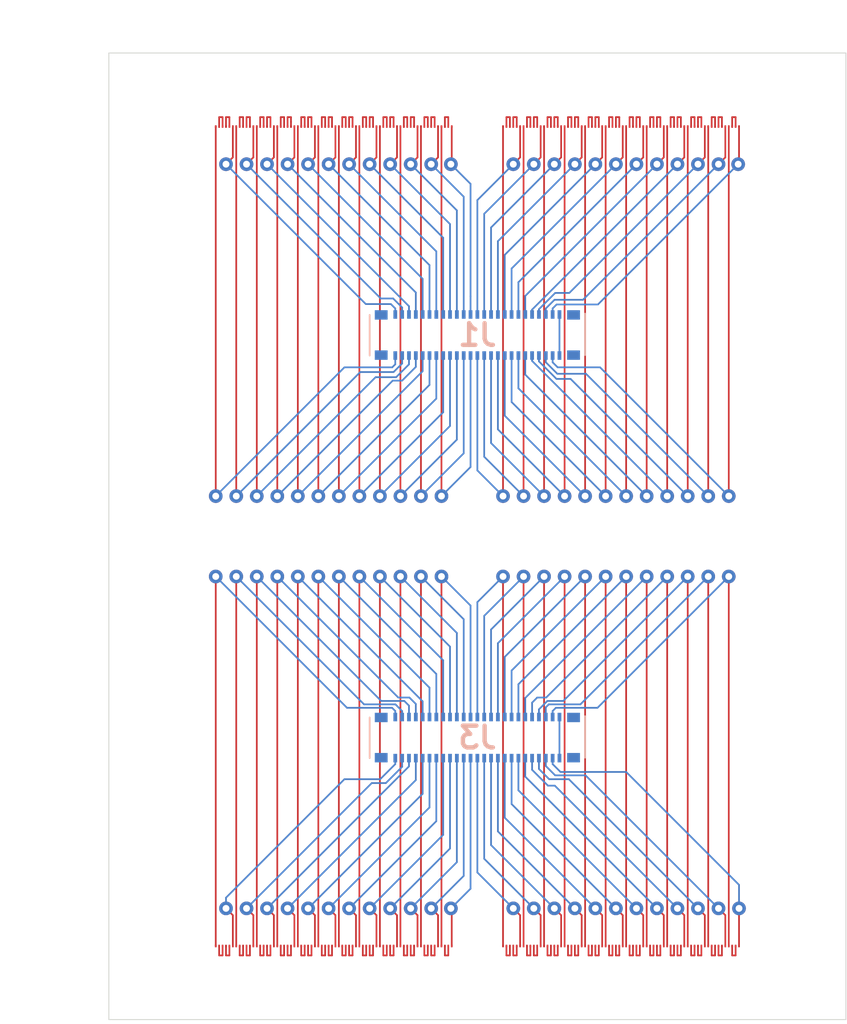
<source format=kicad_pcb>
(kicad_pcb (version 20171130) (host pcbnew "(5.1.10)-1")

  (general
    (thickness 1.6)
    (drawings 7)
    (tracks 772)
    (zones 0)
    (modules 10)
    (nets 199)
  )

  (page A4)
  (layers
    (0 F.Cu signal)
    (31 B.Cu signal)
    (32 B.Adhes user)
    (33 F.Adhes user)
    (34 B.Paste user)
    (35 F.Paste user)
    (36 B.SilkS user)
    (37 F.SilkS user)
    (38 B.Mask user)
    (39 F.Mask user)
    (40 Dwgs.User user)
    (41 Cmts.User user)
    (42 Eco1.User user)
    (43 Eco2.User user)
    (44 Edge.Cuts user)
    (45 Margin user)
    (46 B.CrtYd user)
    (47 F.CrtYd user)
    (48 B.Fab user)
    (49 F.Fab user)
  )

  (setup
    (last_trace_width 0.1)
    (trace_clearance 0.1)
    (zone_clearance 0.508)
    (zone_45_only no)
    (trace_min 0.1)
    (via_size 0.8)
    (via_drill 0.4)
    (via_min_size 0.4)
    (via_min_drill 0.3)
    (uvia_size 0.3)
    (uvia_drill 0.1)
    (uvias_allowed no)
    (uvia_min_size 0.2)
    (uvia_min_drill 0.1)
    (edge_width 0.05)
    (segment_width 0.2)
    (pcb_text_width 0.3)
    (pcb_text_size 1.5 1.5)
    (mod_edge_width 0.12)
    (mod_text_size 1 1)
    (mod_text_width 0.15)
    (pad_size 1.524 1.524)
    (pad_drill 0.762)
    (pad_to_mask_clearance 0)
    (aux_axis_origin 0 0)
    (visible_elements 7FFFFFFF)
    (pcbplotparams
      (layerselection 0x010fc_ffffffff)
      (usegerberextensions false)
      (usegerberattributes true)
      (usegerberadvancedattributes true)
      (creategerberjobfile true)
      (excludeedgelayer true)
      (linewidth 0.100000)
      (plotframeref false)
      (viasonmask false)
      (mode 1)
      (useauxorigin false)
      (hpglpennumber 1)
      (hpglpenspeed 20)
      (hpglpendiameter 15.000000)
      (psnegative false)
      (psa4output false)
      (plotreference true)
      (plotvalue true)
      (plotinvisibletext false)
      (padsonsilk false)
      (subtractmaskfromsilk false)
      (outputformat 1)
      (mirror false)
      (drillshape 1)
      (scaleselection 1)
      (outputdirectory ""))
  )

  (net 0 "")
  (net 1 "Net-(J1-PadMP4)")
  (net 2 "Net-(J1-PadMP3)")
  (net 3 "Net-(J1-PadMP2)")
  (net 4 "Net-(J1-PadMP1)")
  (net 5 "Net-(J3-PadMP4)")
  (net 6 "Net-(J3-PadMP3)")
  (net 7 "Net-(J3-PadMP2)")
  (net 8 "Net-(J3-PadMP1)")
  (net 9 /01_N)
  (net 10 /01_B)
  (net 11 /01_A)
  (net 12 /01_P)
  (net 13 /11_P)
  (net 14 /11_B)
  (net 15 /11_A)
  (net 16 /11_N)
  (net 17 /10_P)
  (net 18 /10_B)
  (net 19 /10_A)
  (net 20 /10_N)
  (net 21 /09_P)
  (net 22 /09_B)
  (net 23 /09_A)
  (net 24 /09_N)
  (net 25 /08_P)
  (net 26 /08_B)
  (net 27 /08_A)
  (net 28 /08_N)
  (net 29 /07_P)
  (net 30 /07_B)
  (net 31 /07_A)
  (net 32 /07_N)
  (net 33 /06_P)
  (net 34 /06_B)
  (net 35 /06_A)
  (net 36 /06_N)
  (net 37 /05_P)
  (net 38 /05_B)
  (net 39 /05_A)
  (net 40 /05_N)
  (net 41 /04_P)
  (net 42 /04_B)
  (net 43 /04_A)
  (net 44 /04_N)
  (net 45 /03_P)
  (net 46 /03_B)
  (net 47 /03_A)
  (net 48 /03_N)
  (net 49 /02_P)
  (net 50 /02_B)
  (net 51 /02_A)
  (net 52 /02_N)
  (net 53 /12_P)
  (net 54 /12_A)
  (net 55 /12_N)
  (net 56 /13_P)
  (net 57 /13_N)
  (net 58 /13_B)
  (net 59 /13_A)
  (net 60 /24_P)
  (net 61 /24_N)
  (net 62 /23_P)
  (net 63 /23_N)
  (net 64 /22_P)
  (net 65 /22_N)
  (net 66 /21_P)
  (net 67 /21_N)
  (net 68 /20_P)
  (net 69 /20_N)
  (net 70 /19_P)
  (net 71 /19_N)
  (net 72 /18_P)
  (net 73 /18_N)
  (net 74 /17_P)
  (net 75 /17_N)
  (net 76 /16_P)
  (net 77 /16_N)
  (net 78 /15_P)
  (net 79 /15_N)
  (net 80 /14_P)
  (net 81 /14_N)
  (net 82 /24_A)
  (net 83 /23_B)
  (net 84 /23_A)
  (net 85 /22_B)
  (net 86 /22_A)
  (net 87 /21_B)
  (net 88 /21_A)
  (net 89 /20_B)
  (net 90 /20_A)
  (net 91 /19_B)
  (net 92 /19_A)
  (net 93 /18_B)
  (net 94 /18_A)
  (net 95 /17_B)
  (net 96 /17_A)
  (net 97 /16_B)
  (net 98 /16_A)
  (net 99 /15_B)
  (net 100 /15_A)
  (net 101 /14_B)
  (net 102 /14_A)
  (net 103 /30_N)
  (net 104 /30_P)
  (net 105 /28_N)
  (net 106 /28_P)
  (net 107 /27_N)
  (net 108 /27_P)
  (net 109 /26_N)
  (net 110 /26_P)
  (net 111 /26_B)
  (net 112 /26_A)
  (net 113 /49_N)
  (net 114 /49_P)
  (net 115 /48_N)
  (net 116 /48_P)
  (net 117 /47_N)
  (net 118 /47_P)
  (net 119 /46_N)
  (net 120 /46_P)
  (net 121 /45_N)
  (net 122 /45_P)
  (net 123 /44_N)
  (net 124 /44_P)
  (net 125 /43_N)
  (net 126 /43_P)
  (net 127 /42_N)
  (net 128 /42_P)
  (net 129 /41_N)
  (net 130 /41_P)
  (net 131 /40_N)
  (net 132 /40_P)
  (net 133 /39_N)
  (net 134 /39_P)
  (net 135 /38_N)
  (net 136 /38_P)
  (net 137 /37_N)
  (net 138 /37_P)
  (net 139 /36_N)
  (net 140 /36_P)
  (net 141 /35_N)
  (net 142 /35_P)
  (net 143 /34_N)
  (net 144 /34_P)
  (net 145 /33_N)
  (net 146 /33_P)
  (net 147 /32_N)
  (net 148 /32_P)
  (net 149 /31_N)
  (net 150 /31_P)
  (net 151 /29_N)
  (net 152 /29_P)
  (net 153 /37_A)
  (net 154 /36_B)
  (net 155 /36_A)
  (net 156 /35_B)
  (net 157 /35_A)
  (net 158 /34_B)
  (net 159 /34_A)
  (net 160 /33_B)
  (net 161 /33_A)
  (net 162 /32_B)
  (net 163 /32_A)
  (net 164 /31_B)
  (net 165 /31_A)
  (net 166 /30_B)
  (net 167 /30_A)
  (net 168 /29_B)
  (net 169 /29_A)
  (net 170 /28_B)
  (net 171 /28_A)
  (net 172 /27_B)
  (net 173 /27_A)
  (net 174 /49_A)
  (net 175 /48_B)
  (net 176 /48_A)
  (net 177 /47_B)
  (net 178 /47_A)
  (net 179 /46_B)
  (net 180 /46_A)
  (net 181 /45_B)
  (net 182 /45_A)
  (net 183 /44_B)
  (net 184 /44_A)
  (net 185 /43_B)
  (net 186 /43_A)
  (net 187 /42_B)
  (net 188 /42_A)
  (net 189 /41_B)
  (net 190 /41_A)
  (net 191 /40_B)
  (net 192 /40_A)
  (net 193 /39_B)
  (net 194 /39_A)
  (net 195 /38_B)
  (net 196 /38_A)
  (net 197 /S2)
  (net 198 /S1)

  (net_class Default "This is the default net class."
    (clearance 0.1)
    (trace_width 0.1)
    (via_dia 0.8)
    (via_drill 0.4)
    (uvia_dia 0.3)
    (uvia_drill 0.1)
    (add_net /01_A)
    (add_net /01_B)
    (add_net /01_N)
    (add_net /01_P)
    (add_net /02_A)
    (add_net /02_B)
    (add_net /02_N)
    (add_net /02_P)
    (add_net /03_A)
    (add_net /03_B)
    (add_net /03_N)
    (add_net /03_P)
    (add_net /04_A)
    (add_net /04_B)
    (add_net /04_N)
    (add_net /04_P)
    (add_net /05_A)
    (add_net /05_B)
    (add_net /05_N)
    (add_net /05_P)
    (add_net /06_A)
    (add_net /06_B)
    (add_net /06_N)
    (add_net /06_P)
    (add_net /07_A)
    (add_net /07_B)
    (add_net /07_N)
    (add_net /07_P)
    (add_net /08_A)
    (add_net /08_B)
    (add_net /08_N)
    (add_net /08_P)
    (add_net /09_A)
    (add_net /09_B)
    (add_net /09_N)
    (add_net /09_P)
    (add_net /10_A)
    (add_net /10_B)
    (add_net /10_N)
    (add_net /10_P)
    (add_net /11_A)
    (add_net /11_B)
    (add_net /11_N)
    (add_net /11_P)
    (add_net /12_A)
    (add_net /12_N)
    (add_net /12_P)
    (add_net /13_A)
    (add_net /13_B)
    (add_net /13_N)
    (add_net /13_P)
    (add_net /14_A)
    (add_net /14_B)
    (add_net /14_N)
    (add_net /14_P)
    (add_net /15_A)
    (add_net /15_B)
    (add_net /15_N)
    (add_net /15_P)
    (add_net /16_A)
    (add_net /16_B)
    (add_net /16_N)
    (add_net /16_P)
    (add_net /17_A)
    (add_net /17_B)
    (add_net /17_N)
    (add_net /17_P)
    (add_net /18_A)
    (add_net /18_B)
    (add_net /18_N)
    (add_net /18_P)
    (add_net /19_A)
    (add_net /19_B)
    (add_net /19_N)
    (add_net /19_P)
    (add_net /20_A)
    (add_net /20_B)
    (add_net /20_N)
    (add_net /20_P)
    (add_net /21_A)
    (add_net /21_B)
    (add_net /21_N)
    (add_net /21_P)
    (add_net /22_A)
    (add_net /22_B)
    (add_net /22_N)
    (add_net /22_P)
    (add_net /23_A)
    (add_net /23_B)
    (add_net /23_N)
    (add_net /23_P)
    (add_net /24_A)
    (add_net /24_N)
    (add_net /24_P)
    (add_net /26_A)
    (add_net /26_B)
    (add_net /26_N)
    (add_net /26_P)
    (add_net /27_A)
    (add_net /27_B)
    (add_net /27_N)
    (add_net /27_P)
    (add_net /28_A)
    (add_net /28_B)
    (add_net /28_N)
    (add_net /28_P)
    (add_net /29_A)
    (add_net /29_B)
    (add_net /29_N)
    (add_net /29_P)
    (add_net /30_A)
    (add_net /30_B)
    (add_net /30_N)
    (add_net /30_P)
    (add_net /31_A)
    (add_net /31_B)
    (add_net /31_N)
    (add_net /31_P)
    (add_net /32_A)
    (add_net /32_B)
    (add_net /32_N)
    (add_net /32_P)
    (add_net /33_A)
    (add_net /33_B)
    (add_net /33_N)
    (add_net /33_P)
    (add_net /34_A)
    (add_net /34_B)
    (add_net /34_N)
    (add_net /34_P)
    (add_net /35_A)
    (add_net /35_B)
    (add_net /35_N)
    (add_net /35_P)
    (add_net /36_A)
    (add_net /36_B)
    (add_net /36_N)
    (add_net /36_P)
    (add_net /37_A)
    (add_net /37_N)
    (add_net /37_P)
    (add_net /38_A)
    (add_net /38_B)
    (add_net /38_N)
    (add_net /38_P)
    (add_net /39_A)
    (add_net /39_B)
    (add_net /39_N)
    (add_net /39_P)
    (add_net /40_A)
    (add_net /40_B)
    (add_net /40_N)
    (add_net /40_P)
    (add_net /41_A)
    (add_net /41_B)
    (add_net /41_N)
    (add_net /41_P)
    (add_net /42_A)
    (add_net /42_B)
    (add_net /42_N)
    (add_net /42_P)
    (add_net /43_A)
    (add_net /43_B)
    (add_net /43_N)
    (add_net /43_P)
    (add_net /44_A)
    (add_net /44_B)
    (add_net /44_N)
    (add_net /44_P)
    (add_net /45_A)
    (add_net /45_B)
    (add_net /45_N)
    (add_net /45_P)
    (add_net /46_A)
    (add_net /46_B)
    (add_net /46_N)
    (add_net /46_P)
    (add_net /47_A)
    (add_net /47_B)
    (add_net /47_N)
    (add_net /47_P)
    (add_net /48_A)
    (add_net /48_B)
    (add_net /48_N)
    (add_net /48_P)
    (add_net /49_A)
    (add_net /49_N)
    (add_net /49_P)
    (add_net /S1)
    (add_net /S2)
    (add_net "Net-(J1-PadMP1)")
    (add_net "Net-(J1-PadMP2)")
    (add_net "Net-(J1-PadMP3)")
    (add_net "Net-(J1-PadMP4)")
    (add_net "Net-(J3-PadMP1)")
    (add_net "Net-(J3-PadMP2)")
    (add_net "Net-(J3-PadMP3)")
    (add_net "Net-(J3-PadMP4)")
  )

  (module unl_silab:ETROC_70pad_100x150um_200um_pitch (layer F.Cu) (tedit 612FE60C) (tstamp 61302FBB)
    (at 29.95 4.3)
    (path /6131FCBF)
    (fp_text reference J6 (at 0 0.5) (layer F.SilkS) hide
      (effects (font (size 1 1) (thickness 0.15)))
    )
    (fp_text value Conn_2Rows-71Pins (at 0 -0.5) (layer F.Fab) hide
      (effects (font (size 1 1) (thickness 0.15)))
    )
    (pad 70 smd rect (at 6.9 0) (size 0.1 0.15) (layers F.Cu F.Mask)
      (net 114 /49_P) (solder_mask_margin 0.15))
    (pad 69 smd rect (at 6.7 0) (size 0.1 0.15) (layers F.Cu F.Mask)
      (net 174 /49_A) (solder_mask_margin 0.15))
    (pad 68 smd rect (at 6.5 0) (size 0.1 0.15) (layers F.Cu F.Mask)
      (net 174 /49_A) (solder_mask_margin 0.15))
    (pad 67 smd rect (at 6.3 0) (size 0.1 0.15) (layers F.Cu F.Mask)
      (net 113 /49_N) (solder_mask_margin 0.15))
    (pad 66 smd rect (at 6.1 0) (size 0.1 0.15) (layers F.Cu F.Mask)
      (net 116 /48_P) (solder_mask_margin 0.15))
    (pad 65 smd rect (at 5.9 0) (size 0.1 0.15) (layers F.Cu F.Mask)
      (net 175 /48_B) (solder_mask_margin 0.15))
    (pad 64 smd rect (at 5.7 0) (size 0.1 0.15) (layers F.Cu F.Mask)
      (net 175 /48_B) (solder_mask_margin 0.15))
    (pad 63 smd rect (at 5.5 0) (size 0.1 0.15) (layers F.Cu F.Mask)
      (net 176 /48_A) (solder_mask_margin 0.15))
    (pad 62 smd rect (at 5.3 0) (size 0.1 0.15) (layers F.Cu F.Mask)
      (net 176 /48_A) (solder_mask_margin 0.15))
    (pad 61 smd rect (at 5.1 0) (size 0.1 0.15) (layers F.Cu F.Mask)
      (net 115 /48_N) (solder_mask_margin 0.15))
    (pad 60 smd rect (at 4.9 0) (size 0.1 0.15) (layers F.Cu F.Mask)
      (net 118 /47_P) (solder_mask_margin 0.15))
    (pad 59 smd rect (at 4.7 0) (size 0.1 0.15) (layers F.Cu F.Mask)
      (net 177 /47_B) (solder_mask_margin 0.15))
    (pad 58 smd rect (at 4.5 0) (size 0.1 0.15) (layers F.Cu F.Mask)
      (net 177 /47_B) (solder_mask_margin 0.15))
    (pad 57 smd rect (at 4.3 0) (size 0.1 0.15) (layers F.Cu F.Mask)
      (net 178 /47_A) (solder_mask_margin 0.15))
    (pad 56 smd rect (at 4.1 0) (size 0.1 0.15) (layers F.Cu F.Mask)
      (net 178 /47_A) (solder_mask_margin 0.15))
    (pad 55 smd rect (at 3.9 0) (size 0.1 0.15) (layers F.Cu F.Mask)
      (net 117 /47_N) (solder_mask_margin 0.15))
    (pad 54 smd rect (at 3.7 0) (size 0.1 0.15) (layers F.Cu F.Mask)
      (net 120 /46_P) (solder_mask_margin 0.15))
    (pad 53 smd rect (at 3.5 0) (size 0.1 0.15) (layers F.Cu F.Mask)
      (net 179 /46_B) (solder_mask_margin 0.15))
    (pad 52 smd rect (at 3.3 0) (size 0.1 0.15) (layers F.Cu F.Mask)
      (net 179 /46_B) (solder_mask_margin 0.15))
    (pad 51 smd rect (at 3.1 0) (size 0.1 0.15) (layers F.Cu F.Mask)
      (net 180 /46_A) (solder_mask_margin 0.15))
    (pad 50 smd rect (at 2.9 0) (size 0.1 0.15) (layers F.Cu F.Mask)
      (net 180 /46_A) (solder_mask_margin 0.15))
    (pad 49 smd rect (at 2.7 0) (size 0.1 0.15) (layers F.Cu F.Mask)
      (net 119 /46_N) (solder_mask_margin 0.15))
    (pad 48 smd rect (at 2.5 0) (size 0.1 0.15) (layers F.Cu F.Mask)
      (net 122 /45_P) (solder_mask_margin 0.15))
    (pad 47 smd rect (at 2.3 0) (size 0.1 0.15) (layers F.Cu F.Mask)
      (net 181 /45_B) (solder_mask_margin 0.15))
    (pad 46 smd rect (at 2.1 0) (size 0.1 0.15) (layers F.Cu F.Mask)
      (net 181 /45_B) (solder_mask_margin 0.15))
    (pad 45 smd rect (at 1.9 0) (size 0.1 0.15) (layers F.Cu F.Mask)
      (net 182 /45_A) (solder_mask_margin 0.15))
    (pad 44 smd rect (at 1.7 0) (size 0.1 0.15) (layers F.Cu F.Mask)
      (net 182 /45_A) (solder_mask_margin 0.15))
    (pad 43 smd rect (at 1.5 0) (size 0.1 0.15) (layers F.Cu F.Mask)
      (net 121 /45_N) (solder_mask_margin 0.15))
    (pad 42 smd rect (at 1.3 0) (size 0.1 0.15) (layers F.Cu F.Mask)
      (net 124 /44_P) (solder_mask_margin 0.15))
    (pad 41 smd rect (at 1.1 0) (size 0.1 0.15) (layers F.Cu F.Mask)
      (net 183 /44_B) (solder_mask_margin 0.15))
    (pad 40 smd rect (at 0.9 0) (size 0.1 0.15) (layers F.Cu F.Mask)
      (net 183 /44_B) (solder_mask_margin 0.15))
    (pad 39 smd rect (at 0.7 0) (size 0.1 0.15) (layers F.Cu F.Mask)
      (net 184 /44_A) (solder_mask_margin 0.15))
    (pad 38 smd rect (at 0.5 0) (size 0.1 0.15) (layers F.Cu F.Mask)
      (net 184 /44_A) (solder_mask_margin 0.15))
    (pad 37 smd rect (at 0.3 0) (size 0.1 0.15) (layers F.Cu F.Mask)
      (net 123 /44_N) (solder_mask_margin 0.15))
    (pad 36 smd rect (at 0.1 0) (size 0.1 0.15) (layers F.Cu F.Mask)
      (net 126 /43_P) (solder_mask_margin 0.15))
    (pad 35 smd rect (at -0.1 0) (size 0.1 0.15) (layers F.Cu F.Mask)
      (net 185 /43_B) (solder_mask_margin 0.15))
    (pad 34 smd rect (at -0.3 0) (size 0.1 0.15) (layers F.Cu F.Mask)
      (net 185 /43_B) (solder_mask_margin 0.15))
    (pad 33 smd rect (at -0.5 0) (size 0.1 0.15) (layers F.Cu F.Mask)
      (net 186 /43_A) (solder_mask_margin 0.15))
    (pad 32 smd rect (at -0.7 0) (size 0.1 0.15) (layers F.Cu F.Mask)
      (net 186 /43_A) (solder_mask_margin 0.15))
    (pad 31 smd rect (at -0.9 0) (size 0.1 0.15) (layers F.Cu F.Mask)
      (net 125 /43_N) (solder_mask_margin 0.15))
    (pad 30 smd rect (at -1.1 0) (size 0.1 0.15) (layers F.Cu F.Mask)
      (net 128 /42_P) (solder_mask_margin 0.15))
    (pad 29 smd rect (at -1.3 0) (size 0.1 0.15) (layers F.Cu F.Mask)
      (net 187 /42_B) (solder_mask_margin 0.15))
    (pad 28 smd rect (at -1.5 0) (size 0.1 0.15) (layers F.Cu F.Mask)
      (net 187 /42_B) (solder_mask_margin 0.15))
    (pad 27 smd rect (at -1.7 0) (size 0.1 0.15) (layers F.Cu F.Mask)
      (net 188 /42_A) (solder_mask_margin 0.15))
    (pad 26 smd rect (at -1.9 0) (size 0.1 0.15) (layers F.Cu F.Mask)
      (net 188 /42_A) (solder_mask_margin 0.15))
    (pad 25 smd rect (at -2.1 0) (size 0.1 0.15) (layers F.Cu F.Mask)
      (net 127 /42_N) (solder_mask_margin 0.15))
    (pad 24 smd rect (at -2.3 0) (size 0.1 0.15) (layers F.Cu F.Mask)
      (net 130 /41_P) (solder_mask_margin 0.15))
    (pad 23 smd rect (at -2.5 0) (size 0.1 0.15) (layers F.Cu F.Mask)
      (net 189 /41_B) (solder_mask_margin 0.15))
    (pad 22 smd rect (at -2.7 0) (size 0.1 0.15) (layers F.Cu F.Mask)
      (net 189 /41_B) (solder_mask_margin 0.15))
    (pad 21 smd rect (at -2.9 0) (size 0.1 0.15) (layers F.Cu F.Mask)
      (net 190 /41_A) (solder_mask_margin 0.15))
    (pad 20 smd rect (at -3.1 0) (size 0.1 0.15) (layers F.Cu F.Mask)
      (net 190 /41_A) (solder_mask_margin 0.15))
    (pad 19 smd rect (at -3.3 0) (size 0.1 0.15) (layers F.Cu F.Mask)
      (net 129 /41_N) (solder_mask_margin 0.15))
    (pad 18 smd rect (at -3.5 0) (size 0.1 0.15) (layers F.Cu F.Mask)
      (net 132 /40_P) (solder_mask_margin 0.15))
    (pad 17 smd rect (at -3.7 0) (size 0.1 0.15) (layers F.Cu F.Mask)
      (net 191 /40_B) (solder_mask_margin 0.15))
    (pad 16 smd rect (at -3.9 0) (size 0.1 0.15) (layers F.Cu F.Mask)
      (net 191 /40_B) (solder_mask_margin 0.15))
    (pad 15 smd rect (at -4.1 0) (size 0.1 0.15) (layers F.Cu F.Mask)
      (net 192 /40_A) (solder_mask_margin 0.15))
    (pad 14 smd rect (at -4.3 0) (size 0.1 0.15) (layers F.Cu F.Mask)
      (net 192 /40_A) (solder_mask_margin 0.15))
    (pad 13 smd rect (at -4.5 0) (size 0.1 0.15) (layers F.Cu F.Mask)
      (net 131 /40_N) (solder_mask_margin 0.15))
    (pad 12 smd rect (at -4.7 0) (size 0.1 0.15) (layers F.Cu F.Mask)
      (net 134 /39_P) (solder_mask_margin 0.15))
    (pad 11 smd rect (at -4.9 0) (size 0.1 0.15) (layers F.Cu F.Mask)
      (net 193 /39_B) (solder_mask_margin 0.15))
    (pad 10 smd rect (at -5.1 0) (size 0.1 0.15) (layers F.Cu F.Mask)
      (net 193 /39_B) (solder_mask_margin 0.15))
    (pad 9 smd rect (at -5.3 0) (size 0.1 0.15) (layers F.Cu F.Mask)
      (net 194 /39_A) (solder_mask_margin 0.15))
    (pad 8 smd rect (at -5.5 0) (size 0.1 0.15) (layers F.Cu F.Mask)
      (net 194 /39_A) (solder_mask_margin 0.15))
    (pad 7 smd rect (at -5.7 0) (size 0.1 0.15) (layers F.Cu F.Mask)
      (net 133 /39_N) (solder_mask_margin 0.15))
    (pad 6 smd rect (at -5.9 0) (size 0.1 0.15) (layers F.Cu F.Mask)
      (net 136 /38_P) (solder_mask_margin 0.15))
    (pad 5 smd rect (at -6.1 0) (size 0.1 0.15) (layers F.Cu F.Mask)
      (net 195 /38_B) (solder_mask_margin 0.15))
    (pad 4 smd rect (at -6.3 0) (size 0.1 0.15) (layers F.Cu F.Mask)
      (net 195 /38_B) (solder_mask_margin 0.15))
    (pad 3 smd rect (at -6.5 0) (size 0.1 0.15) (layers F.Cu F.Mask)
      (net 196 /38_A) (solder_mask_margin 0.15))
    (pad 2 smd rect (at -6.7 0) (size 0.1 0.15) (layers F.Cu F.Mask)
      (net 196 /38_A) (solder_mask_margin 0.15))
    (pad 1 smd rect (at -6.9 0) (size 0.1 0.15) (layers F.Cu F.Mask)
      (net 135 /38_N) (solder_mask_margin 0.15))
  )

  (module unl_silab:ETROC_70pad_100x150um_200um_pitch (layer F.Cu) (tedit 612FE60C) (tstamp 61302F71)
    (at 13.15 4.3)
    (path /6131F851)
    (fp_text reference J5 (at 0 0.5) (layer F.SilkS) hide
      (effects (font (size 1 1) (thickness 0.15)))
    )
    (fp_text value Conn_2Rows-71Pins (at 0 -0.5) (layer F.Fab) hide
      (effects (font (size 1 1) (thickness 0.15)))
    )
    (pad 70 smd rect (at 6.9 0) (size 0.1 0.15) (layers F.Cu F.Mask)
      (net 138 /37_P) (solder_mask_margin 0.15))
    (pad 69 smd rect (at 6.7 0) (size 0.1 0.15) (layers F.Cu F.Mask)
      (net 153 /37_A) (solder_mask_margin 0.15))
    (pad 68 smd rect (at 6.5 0) (size 0.1 0.15) (layers F.Cu F.Mask)
      (net 153 /37_A) (solder_mask_margin 0.15))
    (pad 67 smd rect (at 6.3 0) (size 0.1 0.15) (layers F.Cu F.Mask)
      (net 137 /37_N) (solder_mask_margin 0.15))
    (pad 66 smd rect (at 6.1 0) (size 0.1 0.15) (layers F.Cu F.Mask)
      (net 140 /36_P) (solder_mask_margin 0.15))
    (pad 65 smd rect (at 5.9 0) (size 0.1 0.15) (layers F.Cu F.Mask)
      (net 154 /36_B) (solder_mask_margin 0.15))
    (pad 64 smd rect (at 5.7 0) (size 0.1 0.15) (layers F.Cu F.Mask)
      (net 154 /36_B) (solder_mask_margin 0.15))
    (pad 63 smd rect (at 5.5 0) (size 0.1 0.15) (layers F.Cu F.Mask)
      (net 155 /36_A) (solder_mask_margin 0.15))
    (pad 62 smd rect (at 5.3 0) (size 0.1 0.15) (layers F.Cu F.Mask)
      (net 155 /36_A) (solder_mask_margin 0.15))
    (pad 61 smd rect (at 5.1 0) (size 0.1 0.15) (layers F.Cu F.Mask)
      (net 139 /36_N) (solder_mask_margin 0.15))
    (pad 60 smd rect (at 4.9 0) (size 0.1 0.15) (layers F.Cu F.Mask)
      (net 142 /35_P) (solder_mask_margin 0.15))
    (pad 59 smd rect (at 4.7 0) (size 0.1 0.15) (layers F.Cu F.Mask)
      (net 156 /35_B) (solder_mask_margin 0.15))
    (pad 58 smd rect (at 4.5 0) (size 0.1 0.15) (layers F.Cu F.Mask)
      (net 156 /35_B) (solder_mask_margin 0.15))
    (pad 57 smd rect (at 4.3 0) (size 0.1 0.15) (layers F.Cu F.Mask)
      (net 157 /35_A) (solder_mask_margin 0.15))
    (pad 56 smd rect (at 4.1 0) (size 0.1 0.15) (layers F.Cu F.Mask)
      (net 157 /35_A) (solder_mask_margin 0.15))
    (pad 55 smd rect (at 3.9 0) (size 0.1 0.15) (layers F.Cu F.Mask)
      (net 141 /35_N) (solder_mask_margin 0.15))
    (pad 54 smd rect (at 3.7 0) (size 0.1 0.15) (layers F.Cu F.Mask)
      (net 144 /34_P) (solder_mask_margin 0.15))
    (pad 53 smd rect (at 3.5 0) (size 0.1 0.15) (layers F.Cu F.Mask)
      (net 158 /34_B) (solder_mask_margin 0.15))
    (pad 52 smd rect (at 3.3 0) (size 0.1 0.15) (layers F.Cu F.Mask)
      (net 158 /34_B) (solder_mask_margin 0.15))
    (pad 51 smd rect (at 3.1 0) (size 0.1 0.15) (layers F.Cu F.Mask)
      (net 159 /34_A) (solder_mask_margin 0.15))
    (pad 50 smd rect (at 2.9 0) (size 0.1 0.15) (layers F.Cu F.Mask)
      (net 159 /34_A) (solder_mask_margin 0.15))
    (pad 49 smd rect (at 2.7 0) (size 0.1 0.15) (layers F.Cu F.Mask)
      (net 143 /34_N) (solder_mask_margin 0.15))
    (pad 48 smd rect (at 2.5 0) (size 0.1 0.15) (layers F.Cu F.Mask)
      (net 146 /33_P) (solder_mask_margin 0.15))
    (pad 47 smd rect (at 2.3 0) (size 0.1 0.15) (layers F.Cu F.Mask)
      (net 160 /33_B) (solder_mask_margin 0.15))
    (pad 46 smd rect (at 2.1 0) (size 0.1 0.15) (layers F.Cu F.Mask)
      (net 160 /33_B) (solder_mask_margin 0.15))
    (pad 45 smd rect (at 1.9 0) (size 0.1 0.15) (layers F.Cu F.Mask)
      (net 161 /33_A) (solder_mask_margin 0.15))
    (pad 44 smd rect (at 1.7 0) (size 0.1 0.15) (layers F.Cu F.Mask)
      (net 161 /33_A) (solder_mask_margin 0.15))
    (pad 43 smd rect (at 1.5 0) (size 0.1 0.15) (layers F.Cu F.Mask)
      (net 145 /33_N) (solder_mask_margin 0.15))
    (pad 42 smd rect (at 1.3 0) (size 0.1 0.15) (layers F.Cu F.Mask)
      (net 148 /32_P) (solder_mask_margin 0.15))
    (pad 41 smd rect (at 1.1 0) (size 0.1 0.15) (layers F.Cu F.Mask)
      (net 162 /32_B) (solder_mask_margin 0.15))
    (pad 40 smd rect (at 0.9 0) (size 0.1 0.15) (layers F.Cu F.Mask)
      (net 162 /32_B) (solder_mask_margin 0.15))
    (pad 39 smd rect (at 0.7 0) (size 0.1 0.15) (layers F.Cu F.Mask)
      (net 163 /32_A) (solder_mask_margin 0.15))
    (pad 38 smd rect (at 0.5 0) (size 0.1 0.15) (layers F.Cu F.Mask)
      (net 163 /32_A) (solder_mask_margin 0.15))
    (pad 37 smd rect (at 0.3 0) (size 0.1 0.15) (layers F.Cu F.Mask)
      (net 147 /32_N) (solder_mask_margin 0.15))
    (pad 36 smd rect (at 0.1 0) (size 0.1 0.15) (layers F.Cu F.Mask)
      (net 150 /31_P) (solder_mask_margin 0.15))
    (pad 35 smd rect (at -0.1 0) (size 0.1 0.15) (layers F.Cu F.Mask)
      (net 164 /31_B) (solder_mask_margin 0.15))
    (pad 34 smd rect (at -0.3 0) (size 0.1 0.15) (layers F.Cu F.Mask)
      (net 164 /31_B) (solder_mask_margin 0.15))
    (pad 33 smd rect (at -0.5 0) (size 0.1 0.15) (layers F.Cu F.Mask)
      (net 165 /31_A) (solder_mask_margin 0.15))
    (pad 32 smd rect (at -0.7 0) (size 0.1 0.15) (layers F.Cu F.Mask)
      (net 165 /31_A) (solder_mask_margin 0.15))
    (pad 31 smd rect (at -0.9 0) (size 0.1 0.15) (layers F.Cu F.Mask)
      (net 149 /31_N) (solder_mask_margin 0.15))
    (pad 30 smd rect (at -1.1 0) (size 0.1 0.15) (layers F.Cu F.Mask)
      (net 104 /30_P) (solder_mask_margin 0.15))
    (pad 29 smd rect (at -1.3 0) (size 0.1 0.15) (layers F.Cu F.Mask)
      (net 166 /30_B) (solder_mask_margin 0.15))
    (pad 28 smd rect (at -1.5 0) (size 0.1 0.15) (layers F.Cu F.Mask)
      (net 166 /30_B) (solder_mask_margin 0.15))
    (pad 27 smd rect (at -1.7 0) (size 0.1 0.15) (layers F.Cu F.Mask)
      (net 167 /30_A) (solder_mask_margin 0.15))
    (pad 26 smd rect (at -1.9 0) (size 0.1 0.15) (layers F.Cu F.Mask)
      (net 167 /30_A) (solder_mask_margin 0.15))
    (pad 25 smd rect (at -2.1 0) (size 0.1 0.15) (layers F.Cu F.Mask)
      (net 103 /30_N) (solder_mask_margin 0.15))
    (pad 24 smd rect (at -2.3 0) (size 0.1 0.15) (layers F.Cu F.Mask)
      (net 152 /29_P) (solder_mask_margin 0.15))
    (pad 23 smd rect (at -2.5 0) (size 0.1 0.15) (layers F.Cu F.Mask)
      (net 168 /29_B) (solder_mask_margin 0.15))
    (pad 22 smd rect (at -2.7 0) (size 0.1 0.15) (layers F.Cu F.Mask)
      (net 168 /29_B) (solder_mask_margin 0.15))
    (pad 21 smd rect (at -2.9 0) (size 0.1 0.15) (layers F.Cu F.Mask)
      (net 169 /29_A) (solder_mask_margin 0.15))
    (pad 20 smd rect (at -3.1 0) (size 0.1 0.15) (layers F.Cu F.Mask)
      (net 169 /29_A) (solder_mask_margin 0.15))
    (pad 19 smd rect (at -3.3 0) (size 0.1 0.15) (layers F.Cu F.Mask)
      (net 151 /29_N) (solder_mask_margin 0.15))
    (pad 18 smd rect (at -3.5 0) (size 0.1 0.15) (layers F.Cu F.Mask)
      (net 106 /28_P) (solder_mask_margin 0.15))
    (pad 17 smd rect (at -3.7 0) (size 0.1 0.15) (layers F.Cu F.Mask)
      (net 170 /28_B) (solder_mask_margin 0.15))
    (pad 16 smd rect (at -3.9 0) (size 0.1 0.15) (layers F.Cu F.Mask)
      (net 170 /28_B) (solder_mask_margin 0.15))
    (pad 15 smd rect (at -4.1 0) (size 0.1 0.15) (layers F.Cu F.Mask)
      (net 171 /28_A) (solder_mask_margin 0.15))
    (pad 14 smd rect (at -4.3 0) (size 0.1 0.15) (layers F.Cu F.Mask)
      (net 171 /28_A) (solder_mask_margin 0.15))
    (pad 13 smd rect (at -4.5 0) (size 0.1 0.15) (layers F.Cu F.Mask)
      (net 105 /28_N) (solder_mask_margin 0.15))
    (pad 12 smd rect (at -4.7 0) (size 0.1 0.15) (layers F.Cu F.Mask)
      (net 108 /27_P) (solder_mask_margin 0.15))
    (pad 11 smd rect (at -4.9 0) (size 0.1 0.15) (layers F.Cu F.Mask)
      (net 172 /27_B) (solder_mask_margin 0.15))
    (pad 10 smd rect (at -5.1 0) (size 0.1 0.15) (layers F.Cu F.Mask)
      (net 172 /27_B) (solder_mask_margin 0.15))
    (pad 9 smd rect (at -5.3 0) (size 0.1 0.15) (layers F.Cu F.Mask)
      (net 173 /27_A) (solder_mask_margin 0.15))
    (pad 8 smd rect (at -5.5 0) (size 0.1 0.15) (layers F.Cu F.Mask)
      (net 173 /27_A) (solder_mask_margin 0.15))
    (pad 7 smd rect (at -5.7 0) (size 0.1 0.15) (layers F.Cu F.Mask)
      (net 107 /27_N) (solder_mask_margin 0.15))
    (pad 6 smd rect (at -5.9 0) (size 0.1 0.15) (layers F.Cu F.Mask)
      (net 110 /26_P) (solder_mask_margin 0.15))
    (pad 5 smd rect (at -6.1 0) (size 0.1 0.15) (layers F.Cu F.Mask)
      (net 111 /26_B) (solder_mask_margin 0.15))
    (pad 4 smd rect (at -6.3 0) (size 0.1 0.15) (layers F.Cu F.Mask)
      (net 111 /26_B) (solder_mask_margin 0.15))
    (pad 3 smd rect (at -6.5 0) (size 0.1 0.15) (layers F.Cu F.Mask)
      (net 112 /26_A) (solder_mask_margin 0.15))
    (pad 2 smd rect (at -6.7 0) (size 0.1 0.15) (layers F.Cu F.Mask)
      (net 112 /26_A) (solder_mask_margin 0.15))
    (pad 1 smd rect (at -6.9 0) (size 0.1 0.15) (layers F.Cu F.Mask)
      (net 109 /26_N) (solder_mask_margin 0.15))
  )

  (module unl_silab:ETROC_70pad_100x150um_200um_pitch (layer F.Cu) (tedit 612FE60C) (tstamp 613027F4)
    (at 29.95 52.2)
    (path /613166E1)
    (fp_text reference J4 (at 0 0.5) (layer F.SilkS) hide
      (effects (font (size 1 1) (thickness 0.15)))
    )
    (fp_text value Conn_2Rows-71Pins (at 0 -0.5) (layer F.Fab) hide
      (effects (font (size 1 1) (thickness 0.15)))
    )
    (pad 70 smd rect (at 6.9 0) (size 0.1 0.15) (layers F.Cu F.Mask)
      (net 60 /24_P) (solder_mask_margin 0.15))
    (pad 69 smd rect (at 6.7 0) (size 0.1 0.15) (layers F.Cu F.Mask)
      (net 82 /24_A) (solder_mask_margin 0.15))
    (pad 68 smd rect (at 6.5 0) (size 0.1 0.15) (layers F.Cu F.Mask)
      (net 82 /24_A) (solder_mask_margin 0.15))
    (pad 67 smd rect (at 6.3 0) (size 0.1 0.15) (layers F.Cu F.Mask)
      (net 61 /24_N) (solder_mask_margin 0.15))
    (pad 66 smd rect (at 6.1 0) (size 0.1 0.15) (layers F.Cu F.Mask)
      (net 62 /23_P) (solder_mask_margin 0.15))
    (pad 65 smd rect (at 5.9 0) (size 0.1 0.15) (layers F.Cu F.Mask)
      (net 83 /23_B) (solder_mask_margin 0.15))
    (pad 64 smd rect (at 5.7 0) (size 0.1 0.15) (layers F.Cu F.Mask)
      (net 83 /23_B) (solder_mask_margin 0.15))
    (pad 63 smd rect (at 5.5 0) (size 0.1 0.15) (layers F.Cu F.Mask)
      (net 84 /23_A) (solder_mask_margin 0.15))
    (pad 62 smd rect (at 5.3 0) (size 0.1 0.15) (layers F.Cu F.Mask)
      (net 84 /23_A) (solder_mask_margin 0.15))
    (pad 61 smd rect (at 5.1 0) (size 0.1 0.15) (layers F.Cu F.Mask)
      (net 63 /23_N) (solder_mask_margin 0.15))
    (pad 60 smd rect (at 4.9 0) (size 0.1 0.15) (layers F.Cu F.Mask)
      (net 64 /22_P) (solder_mask_margin 0.15))
    (pad 59 smd rect (at 4.7 0) (size 0.1 0.15) (layers F.Cu F.Mask)
      (net 85 /22_B) (solder_mask_margin 0.15))
    (pad 58 smd rect (at 4.5 0) (size 0.1 0.15) (layers F.Cu F.Mask)
      (net 85 /22_B) (solder_mask_margin 0.15))
    (pad 57 smd rect (at 4.3 0) (size 0.1 0.15) (layers F.Cu F.Mask)
      (net 86 /22_A) (solder_mask_margin 0.15))
    (pad 56 smd rect (at 4.1 0) (size 0.1 0.15) (layers F.Cu F.Mask)
      (net 86 /22_A) (solder_mask_margin 0.15))
    (pad 55 smd rect (at 3.9 0) (size 0.1 0.15) (layers F.Cu F.Mask)
      (net 65 /22_N) (solder_mask_margin 0.15))
    (pad 54 smd rect (at 3.7 0) (size 0.1 0.15) (layers F.Cu F.Mask)
      (net 66 /21_P) (solder_mask_margin 0.15))
    (pad 53 smd rect (at 3.5 0) (size 0.1 0.15) (layers F.Cu F.Mask)
      (net 87 /21_B) (solder_mask_margin 0.15))
    (pad 52 smd rect (at 3.3 0) (size 0.1 0.15) (layers F.Cu F.Mask)
      (net 87 /21_B) (solder_mask_margin 0.15))
    (pad 51 smd rect (at 3.1 0) (size 0.1 0.15) (layers F.Cu F.Mask)
      (net 88 /21_A) (solder_mask_margin 0.15))
    (pad 50 smd rect (at 2.9 0) (size 0.1 0.15) (layers F.Cu F.Mask)
      (net 88 /21_A) (solder_mask_margin 0.15))
    (pad 49 smd rect (at 2.7 0) (size 0.1 0.15) (layers F.Cu F.Mask)
      (net 67 /21_N) (solder_mask_margin 0.15))
    (pad 48 smd rect (at 2.5 0) (size 0.1 0.15) (layers F.Cu F.Mask)
      (net 68 /20_P) (solder_mask_margin 0.15))
    (pad 47 smd rect (at 2.3 0) (size 0.1 0.15) (layers F.Cu F.Mask)
      (net 89 /20_B) (solder_mask_margin 0.15))
    (pad 46 smd rect (at 2.1 0) (size 0.1 0.15) (layers F.Cu F.Mask)
      (net 89 /20_B) (solder_mask_margin 0.15))
    (pad 45 smd rect (at 1.9 0) (size 0.1 0.15) (layers F.Cu F.Mask)
      (net 90 /20_A) (solder_mask_margin 0.15))
    (pad 44 smd rect (at 1.7 0) (size 0.1 0.15) (layers F.Cu F.Mask)
      (net 90 /20_A) (solder_mask_margin 0.15))
    (pad 43 smd rect (at 1.5 0) (size 0.1 0.15) (layers F.Cu F.Mask)
      (net 69 /20_N) (solder_mask_margin 0.15))
    (pad 42 smd rect (at 1.3 0) (size 0.1 0.15) (layers F.Cu F.Mask)
      (net 70 /19_P) (solder_mask_margin 0.15))
    (pad 41 smd rect (at 1.1 0) (size 0.1 0.15) (layers F.Cu F.Mask)
      (net 91 /19_B) (solder_mask_margin 0.15))
    (pad 40 smd rect (at 0.9 0) (size 0.1 0.15) (layers F.Cu F.Mask)
      (net 91 /19_B) (solder_mask_margin 0.15))
    (pad 39 smd rect (at 0.7 0) (size 0.1 0.15) (layers F.Cu F.Mask)
      (net 92 /19_A) (solder_mask_margin 0.15))
    (pad 38 smd rect (at 0.5 0) (size 0.1 0.15) (layers F.Cu F.Mask)
      (net 92 /19_A) (solder_mask_margin 0.15))
    (pad 37 smd rect (at 0.3 0) (size 0.1 0.15) (layers F.Cu F.Mask)
      (net 71 /19_N) (solder_mask_margin 0.15))
    (pad 36 smd rect (at 0.1 0) (size 0.1 0.15) (layers F.Cu F.Mask)
      (net 72 /18_P) (solder_mask_margin 0.15))
    (pad 35 smd rect (at -0.1 0) (size 0.1 0.15) (layers F.Cu F.Mask)
      (net 93 /18_B) (solder_mask_margin 0.15))
    (pad 34 smd rect (at -0.3 0) (size 0.1 0.15) (layers F.Cu F.Mask)
      (net 93 /18_B) (solder_mask_margin 0.15))
    (pad 33 smd rect (at -0.5 0) (size 0.1 0.15) (layers F.Cu F.Mask)
      (net 94 /18_A) (solder_mask_margin 0.15))
    (pad 32 smd rect (at -0.7 0) (size 0.1 0.15) (layers F.Cu F.Mask)
      (net 94 /18_A) (solder_mask_margin 0.15))
    (pad 31 smd rect (at -0.9 0) (size 0.1 0.15) (layers F.Cu F.Mask)
      (net 73 /18_N) (solder_mask_margin 0.15))
    (pad 30 smd rect (at -1.1 0) (size 0.1 0.15) (layers F.Cu F.Mask)
      (net 74 /17_P) (solder_mask_margin 0.15))
    (pad 29 smd rect (at -1.3 0) (size 0.1 0.15) (layers F.Cu F.Mask)
      (net 95 /17_B) (solder_mask_margin 0.15))
    (pad 28 smd rect (at -1.5 0) (size 0.1 0.15) (layers F.Cu F.Mask)
      (net 95 /17_B) (solder_mask_margin 0.15))
    (pad 27 smd rect (at -1.7 0) (size 0.1 0.15) (layers F.Cu F.Mask)
      (net 96 /17_A) (solder_mask_margin 0.15))
    (pad 26 smd rect (at -1.9 0) (size 0.1 0.15) (layers F.Cu F.Mask)
      (net 96 /17_A) (solder_mask_margin 0.15))
    (pad 25 smd rect (at -2.1 0) (size 0.1 0.15) (layers F.Cu F.Mask)
      (net 75 /17_N) (solder_mask_margin 0.15))
    (pad 24 smd rect (at -2.3 0) (size 0.1 0.15) (layers F.Cu F.Mask)
      (net 76 /16_P) (solder_mask_margin 0.15))
    (pad 23 smd rect (at -2.5 0) (size 0.1 0.15) (layers F.Cu F.Mask)
      (net 97 /16_B) (solder_mask_margin 0.15))
    (pad 22 smd rect (at -2.7 0) (size 0.1 0.15) (layers F.Cu F.Mask)
      (net 97 /16_B) (solder_mask_margin 0.15))
    (pad 21 smd rect (at -2.9 0) (size 0.1 0.15) (layers F.Cu F.Mask)
      (net 98 /16_A) (solder_mask_margin 0.15))
    (pad 20 smd rect (at -3.1 0) (size 0.1 0.15) (layers F.Cu F.Mask)
      (net 98 /16_A) (solder_mask_margin 0.15))
    (pad 19 smd rect (at -3.3 0) (size 0.1 0.15) (layers F.Cu F.Mask)
      (net 77 /16_N) (solder_mask_margin 0.15))
    (pad 18 smd rect (at -3.5 0) (size 0.1 0.15) (layers F.Cu F.Mask)
      (net 78 /15_P) (solder_mask_margin 0.15))
    (pad 17 smd rect (at -3.7 0) (size 0.1 0.15) (layers F.Cu F.Mask)
      (net 99 /15_B) (solder_mask_margin 0.15))
    (pad 16 smd rect (at -3.9 0) (size 0.1 0.15) (layers F.Cu F.Mask)
      (net 99 /15_B) (solder_mask_margin 0.15))
    (pad 15 smd rect (at -4.1 0) (size 0.1 0.15) (layers F.Cu F.Mask)
      (net 100 /15_A) (solder_mask_margin 0.15))
    (pad 14 smd rect (at -4.3 0) (size 0.1 0.15) (layers F.Cu F.Mask)
      (net 100 /15_A) (solder_mask_margin 0.15))
    (pad 13 smd rect (at -4.5 0) (size 0.1 0.15) (layers F.Cu F.Mask)
      (net 79 /15_N) (solder_mask_margin 0.15))
    (pad 12 smd rect (at -4.7 0) (size 0.1 0.15) (layers F.Cu F.Mask)
      (net 80 /14_P) (solder_mask_margin 0.15))
    (pad 11 smd rect (at -4.9 0) (size 0.1 0.15) (layers F.Cu F.Mask)
      (net 101 /14_B) (solder_mask_margin 0.15))
    (pad 10 smd rect (at -5.1 0) (size 0.1 0.15) (layers F.Cu F.Mask)
      (net 101 /14_B) (solder_mask_margin 0.15))
    (pad 9 smd rect (at -5.3 0) (size 0.1 0.15) (layers F.Cu F.Mask)
      (net 102 /14_A) (solder_mask_margin 0.15))
    (pad 8 smd rect (at -5.5 0) (size 0.1 0.15) (layers F.Cu F.Mask)
      (net 102 /14_A) (solder_mask_margin 0.15))
    (pad 7 smd rect (at -5.7 0) (size 0.1 0.15) (layers F.Cu F.Mask)
      (net 81 /14_N) (solder_mask_margin 0.15))
    (pad 6 smd rect (at -5.9 0) (size 0.1 0.15) (layers F.Cu F.Mask)
      (net 56 /13_P) (solder_mask_margin 0.15))
    (pad 5 smd rect (at -6.1 0) (size 0.1 0.15) (layers F.Cu F.Mask)
      (net 58 /13_B) (solder_mask_margin 0.15))
    (pad 4 smd rect (at -6.3 0) (size 0.1 0.15) (layers F.Cu F.Mask)
      (net 58 /13_B) (solder_mask_margin 0.15))
    (pad 3 smd rect (at -6.5 0) (size 0.1 0.15) (layers F.Cu F.Mask)
      (net 59 /13_A) (solder_mask_margin 0.15))
    (pad 2 smd rect (at -6.7 0) (size 0.1 0.15) (layers F.Cu F.Mask)
      (net 59 /13_A) (solder_mask_margin 0.15))
    (pad 1 smd rect (at -6.9 0) (size 0.1 0.15) (layers F.Cu F.Mask)
      (net 57 /13_N) (solder_mask_margin 0.15))
  )

  (module unl_silab:ETROC_70pad_100x150um_200um_pitch (layer F.Cu) (tedit 612FE60C) (tstamp 61303844)
    (at 13.15 52.2)
    (path /6130A620)
    (fp_text reference J2 (at 0 0.5) (layer F.SilkS) hide
      (effects (font (size 1 1) (thickness 0.15)))
    )
    (fp_text value Conn_2Rows-71Pins (at 0 -0.5) (layer F.Fab) hide
      (effects (font (size 1 1) (thickness 0.15)))
    )
    (pad 70 smd rect (at 6.9 0) (size 0.1 0.15) (layers F.Cu F.Mask)
      (net 53 /12_P) (solder_mask_margin 0.15))
    (pad 69 smd rect (at 6.7 0) (size 0.1 0.15) (layers F.Cu F.Mask)
      (net 54 /12_A) (solder_mask_margin 0.15))
    (pad 68 smd rect (at 6.5 0) (size 0.1 0.15) (layers F.Cu F.Mask)
      (net 54 /12_A) (solder_mask_margin 0.15))
    (pad 67 smd rect (at 6.3 0) (size 0.1 0.15) (layers F.Cu F.Mask)
      (net 55 /12_N) (solder_mask_margin 0.15))
    (pad 66 smd rect (at 6.1 0) (size 0.1 0.15) (layers F.Cu F.Mask)
      (net 13 /11_P) (solder_mask_margin 0.15))
    (pad 65 smd rect (at 5.9 0) (size 0.1 0.15) (layers F.Cu F.Mask)
      (net 14 /11_B) (solder_mask_margin 0.15))
    (pad 64 smd rect (at 5.7 0) (size 0.1 0.15) (layers F.Cu F.Mask)
      (net 14 /11_B) (solder_mask_margin 0.15))
    (pad 63 smd rect (at 5.5 0) (size 0.1 0.15) (layers F.Cu F.Mask)
      (net 15 /11_A) (solder_mask_margin 0.15))
    (pad 62 smd rect (at 5.3 0) (size 0.1 0.15) (layers F.Cu F.Mask)
      (net 15 /11_A) (solder_mask_margin 0.15))
    (pad 61 smd rect (at 5.1 0) (size 0.1 0.15) (layers F.Cu F.Mask)
      (net 16 /11_N) (solder_mask_margin 0.15))
    (pad 60 smd rect (at 4.9 0) (size 0.1 0.15) (layers F.Cu F.Mask)
      (net 17 /10_P) (solder_mask_margin 0.15))
    (pad 59 smd rect (at 4.7 0) (size 0.1 0.15) (layers F.Cu F.Mask)
      (net 18 /10_B) (solder_mask_margin 0.15))
    (pad 58 smd rect (at 4.5 0) (size 0.1 0.15) (layers F.Cu F.Mask)
      (net 18 /10_B) (solder_mask_margin 0.15))
    (pad 57 smd rect (at 4.3 0) (size 0.1 0.15) (layers F.Cu F.Mask)
      (net 19 /10_A) (solder_mask_margin 0.15))
    (pad 56 smd rect (at 4.1 0) (size 0.1 0.15) (layers F.Cu F.Mask)
      (net 19 /10_A) (solder_mask_margin 0.15))
    (pad 55 smd rect (at 3.9 0) (size 0.1 0.15) (layers F.Cu F.Mask)
      (net 20 /10_N) (solder_mask_margin 0.15))
    (pad 54 smd rect (at 3.7 0) (size 0.1 0.15) (layers F.Cu F.Mask)
      (net 21 /09_P) (solder_mask_margin 0.15))
    (pad 53 smd rect (at 3.5 0) (size 0.1 0.15) (layers F.Cu F.Mask)
      (net 22 /09_B) (solder_mask_margin 0.15))
    (pad 52 smd rect (at 3.3 0) (size 0.1 0.15) (layers F.Cu F.Mask)
      (net 22 /09_B) (solder_mask_margin 0.15))
    (pad 51 smd rect (at 3.1 0) (size 0.1 0.15) (layers F.Cu F.Mask)
      (net 23 /09_A) (solder_mask_margin 0.15))
    (pad 50 smd rect (at 2.9 0) (size 0.1 0.15) (layers F.Cu F.Mask)
      (net 23 /09_A) (solder_mask_margin 0.15))
    (pad 49 smd rect (at 2.7 0) (size 0.1 0.15) (layers F.Cu F.Mask)
      (net 24 /09_N) (solder_mask_margin 0.15))
    (pad 48 smd rect (at 2.5 0) (size 0.1 0.15) (layers F.Cu F.Mask)
      (net 25 /08_P) (solder_mask_margin 0.15))
    (pad 47 smd rect (at 2.3 0) (size 0.1 0.15) (layers F.Cu F.Mask)
      (net 26 /08_B) (solder_mask_margin 0.15))
    (pad 46 smd rect (at 2.1 0) (size 0.1 0.15) (layers F.Cu F.Mask)
      (net 26 /08_B) (solder_mask_margin 0.15))
    (pad 45 smd rect (at 1.9 0) (size 0.1 0.15) (layers F.Cu F.Mask)
      (net 27 /08_A) (solder_mask_margin 0.15))
    (pad 44 smd rect (at 1.7 0) (size 0.1 0.15) (layers F.Cu F.Mask)
      (net 27 /08_A) (solder_mask_margin 0.15))
    (pad 43 smd rect (at 1.5 0) (size 0.1 0.15) (layers F.Cu F.Mask)
      (net 28 /08_N) (solder_mask_margin 0.15))
    (pad 42 smd rect (at 1.3 0) (size 0.1 0.15) (layers F.Cu F.Mask)
      (net 29 /07_P) (solder_mask_margin 0.15))
    (pad 41 smd rect (at 1.1 0) (size 0.1 0.15) (layers F.Cu F.Mask)
      (net 30 /07_B) (solder_mask_margin 0.15))
    (pad 40 smd rect (at 0.9 0) (size 0.1 0.15) (layers F.Cu F.Mask)
      (net 30 /07_B) (solder_mask_margin 0.15))
    (pad 39 smd rect (at 0.7 0) (size 0.1 0.15) (layers F.Cu F.Mask)
      (net 31 /07_A) (solder_mask_margin 0.15))
    (pad 38 smd rect (at 0.5 0) (size 0.1 0.15) (layers F.Cu F.Mask)
      (net 31 /07_A) (solder_mask_margin 0.15))
    (pad 37 smd rect (at 0.3 0) (size 0.1 0.15) (layers F.Cu F.Mask)
      (net 32 /07_N) (solder_mask_margin 0.15))
    (pad 36 smd rect (at 0.1 0) (size 0.1 0.15) (layers F.Cu F.Mask)
      (net 33 /06_P) (solder_mask_margin 0.15))
    (pad 35 smd rect (at -0.1 0) (size 0.1 0.15) (layers F.Cu F.Mask)
      (net 34 /06_B) (solder_mask_margin 0.15))
    (pad 34 smd rect (at -0.3 0) (size 0.1 0.15) (layers F.Cu F.Mask)
      (net 34 /06_B) (solder_mask_margin 0.15))
    (pad 33 smd rect (at -0.5 0) (size 0.1 0.15) (layers F.Cu F.Mask)
      (net 35 /06_A) (solder_mask_margin 0.15))
    (pad 32 smd rect (at -0.7 0) (size 0.1 0.15) (layers F.Cu F.Mask)
      (net 35 /06_A) (solder_mask_margin 0.15))
    (pad 31 smd rect (at -0.9 0) (size 0.1 0.15) (layers F.Cu F.Mask)
      (net 36 /06_N) (solder_mask_margin 0.15))
    (pad 30 smd rect (at -1.1 0) (size 0.1 0.15) (layers F.Cu F.Mask)
      (net 37 /05_P) (solder_mask_margin 0.15))
    (pad 29 smd rect (at -1.3 0) (size 0.1 0.15) (layers F.Cu F.Mask)
      (net 38 /05_B) (solder_mask_margin 0.15))
    (pad 28 smd rect (at -1.5 0) (size 0.1 0.15) (layers F.Cu F.Mask)
      (net 38 /05_B) (solder_mask_margin 0.15))
    (pad 27 smd rect (at -1.7 0) (size 0.1 0.15) (layers F.Cu F.Mask)
      (net 39 /05_A) (solder_mask_margin 0.15))
    (pad 26 smd rect (at -1.9 0) (size 0.1 0.15) (layers F.Cu F.Mask)
      (net 39 /05_A) (solder_mask_margin 0.15))
    (pad 25 smd rect (at -2.1 0) (size 0.1 0.15) (layers F.Cu F.Mask)
      (net 40 /05_N) (solder_mask_margin 0.15))
    (pad 24 smd rect (at -2.3 0) (size 0.1 0.15) (layers F.Cu F.Mask)
      (net 41 /04_P) (solder_mask_margin 0.15))
    (pad 23 smd rect (at -2.5 0) (size 0.1 0.15) (layers F.Cu F.Mask)
      (net 42 /04_B) (solder_mask_margin 0.15))
    (pad 22 smd rect (at -2.7 0) (size 0.1 0.15) (layers F.Cu F.Mask)
      (net 42 /04_B) (solder_mask_margin 0.15))
    (pad 21 smd rect (at -2.9 0) (size 0.1 0.15) (layers F.Cu F.Mask)
      (net 43 /04_A) (solder_mask_margin 0.15))
    (pad 20 smd rect (at -3.1 0) (size 0.1 0.15) (layers F.Cu F.Mask)
      (net 43 /04_A) (solder_mask_margin 0.15))
    (pad 19 smd rect (at -3.3 0) (size 0.1 0.15) (layers F.Cu F.Mask)
      (net 44 /04_N) (solder_mask_margin 0.15))
    (pad 18 smd rect (at -3.5 0) (size 0.1 0.15) (layers F.Cu F.Mask)
      (net 45 /03_P) (solder_mask_margin 0.15))
    (pad 17 smd rect (at -3.7 0) (size 0.1 0.15) (layers F.Cu F.Mask)
      (net 46 /03_B) (solder_mask_margin 0.15))
    (pad 16 smd rect (at -3.9 0) (size 0.1 0.15) (layers F.Cu F.Mask)
      (net 46 /03_B) (solder_mask_margin 0.15))
    (pad 15 smd rect (at -4.1 0) (size 0.1 0.15) (layers F.Cu F.Mask)
      (net 47 /03_A) (solder_mask_margin 0.15))
    (pad 14 smd rect (at -4.3 0) (size 0.1 0.15) (layers F.Cu F.Mask)
      (net 47 /03_A) (solder_mask_margin 0.15))
    (pad 13 smd rect (at -4.5 0) (size 0.1 0.15) (layers F.Cu F.Mask)
      (net 48 /03_N) (solder_mask_margin 0.15))
    (pad 12 smd rect (at -4.7 0) (size 0.1 0.15) (layers F.Cu F.Mask)
      (net 49 /02_P) (solder_mask_margin 0.15))
    (pad 11 smd rect (at -4.9 0) (size 0.1 0.15) (layers F.Cu F.Mask)
      (net 50 /02_B) (solder_mask_margin 0.15))
    (pad 10 smd rect (at -5.1 0) (size 0.1 0.15) (layers F.Cu F.Mask)
      (net 50 /02_B) (solder_mask_margin 0.15))
    (pad 9 smd rect (at -5.3 0) (size 0.1 0.15) (layers F.Cu F.Mask)
      (net 51 /02_A) (solder_mask_margin 0.15))
    (pad 8 smd rect (at -5.5 0) (size 0.1 0.15) (layers F.Cu F.Mask)
      (net 51 /02_A) (solder_mask_margin 0.15))
    (pad 7 smd rect (at -5.7 0) (size 0.1 0.15) (layers F.Cu F.Mask)
      (net 52 /02_N) (solder_mask_margin 0.15))
    (pad 6 smd rect (at -5.9 0) (size 0.1 0.15) (layers F.Cu F.Mask)
      (net 12 /01_P) (solder_mask_margin 0.15))
    (pad 5 smd rect (at -6.1 0) (size 0.1 0.15) (layers F.Cu F.Mask)
      (net 10 /01_B) (solder_mask_margin 0.15))
    (pad 4 smd rect (at -6.3 0) (size 0.1 0.15) (layers F.Cu F.Mask)
      (net 10 /01_B) (solder_mask_margin 0.15))
    (pad 3 smd rect (at -6.5 0) (size 0.1 0.15) (layers F.Cu F.Mask)
      (net 11 /01_A) (solder_mask_margin 0.15))
    (pad 2 smd rect (at -6.7 0) (size 0.1 0.15) (layers F.Cu F.Mask)
      (net 11 /01_A) (solder_mask_margin 0.15))
    (pad 1 smd rect (at -6.9 0) (size 0.1 0.15) (layers F.Cu F.Mask)
      (net 9 /01_N) (solder_mask_margin 0.15))
  )

  (module MountingHole:MountingHole_2.5mm (layer F.Cu) (tedit 56D1B4CB) (tstamp 61303443)
    (at 39.6 54)
    (descr "Mounting Hole 2.5mm, no annular")
    (tags "mounting hole 2.5mm no annular")
    (attr virtual)
    (fp_text reference REF** (at 0 -3.5) (layer F.SilkS) hide
      (effects (font (size 1 1) (thickness 0.15)))
    )
    (fp_text value MountingHole_2.5mm (at 0 3.5) (layer F.Fab) hide
      (effects (font (size 1 1) (thickness 0.15)))
    )
    (fp_circle (center 0 0) (end 2.5 0) (layer Cmts.User) (width 0.15))
    (fp_circle (center 0 0) (end 2.75 0) (layer F.CrtYd) (width 0.05))
    (fp_text user %R (at 0.3 0) (layer F.Fab) hide
      (effects (font (size 1 1) (thickness 0.15)))
    )
    (pad 1 np_thru_hole circle (at 0 0) (size 2.5 2.5) (drill 2.5) (layers *.Cu *.Mask))
  )

  (module MountingHole:MountingHole_2.5mm (layer F.Cu) (tedit 56D1B4CB) (tstamp 61303435)
    (at 3.5 54)
    (descr "Mounting Hole 2.5mm, no annular")
    (tags "mounting hole 2.5mm no annular")
    (attr virtual)
    (fp_text reference REF** (at 0 -3.5) (layer F.SilkS) hide
      (effects (font (size 1 1) (thickness 0.15)))
    )
    (fp_text value MountingHole_2.5mm (at 0 3.5) (layer F.Fab) hide
      (effects (font (size 1 1) (thickness 0.15)))
    )
    (fp_circle (center 0 0) (end 2.5 0) (layer Cmts.User) (width 0.15))
    (fp_circle (center 0 0) (end 2.75 0) (layer F.CrtYd) (width 0.05))
    (fp_text user %R (at 0.3 0) (layer F.Fab) hide
      (effects (font (size 1 1) (thickness 0.15)))
    )
    (pad 1 np_thru_hole circle (at 0 0) (size 2.5 2.5) (drill 2.5) (layers *.Cu *.Mask))
  )

  (module MountingHole:MountingHole_2.5mm (layer F.Cu) (tedit 56D1B4CB) (tstamp 61303427)
    (at 39.6 2.5)
    (descr "Mounting Hole 2.5mm, no annular")
    (tags "mounting hole 2.5mm no annular")
    (attr virtual)
    (fp_text reference REF** (at 0 -3.5) (layer F.SilkS) hide
      (effects (font (size 1 1) (thickness 0.15)))
    )
    (fp_text value MountingHole_2.5mm (at 0 3.5) (layer F.Fab) hide
      (effects (font (size 1 1) (thickness 0.15)))
    )
    (fp_circle (center 0 0) (end 2.5 0) (layer Cmts.User) (width 0.15))
    (fp_circle (center 0 0) (end 2.75 0) (layer F.CrtYd) (width 0.05))
    (fp_text user %R (at 0.3 0) (layer F.Fab) hide
      (effects (font (size 1 1) (thickness 0.15)))
    )
    (pad 1 np_thru_hole circle (at 0 0) (size 2.5 2.5) (drill 2.5) (layers *.Cu *.Mask))
  )

  (module MountingHole:MountingHole_2.5mm (layer F.Cu) (tedit 56D1B4CB) (tstamp 613033E0)
    (at 3.5 2.5)
    (descr "Mounting Hole 2.5mm, no annular")
    (tags "mounting hole 2.5mm no annular")
    (attr virtual)
    (fp_text reference REF** (at 0 -3.5) (layer F.SilkS) hide
      (effects (font (size 1 1) (thickness 0.15)))
    )
    (fp_text value MountingHole_2.5mm (at 0 3.5) (layer F.Fab) hide
      (effects (font (size 1 1) (thickness 0.15)))
    )
    (fp_circle (center 0 0) (end 2.75 0) (layer F.CrtYd) (width 0.05))
    (fp_circle (center 0 0) (end 2.5 0) (layer Cmts.User) (width 0.15))
    (fp_text user %R (at 0.3 0) (layer F.Fab) hide
      (effects (font (size 1 1) (thickness 0.15)))
    )
    (pad 1 np_thru_hole circle (at 0 0) (size 2.5 2.5) (drill 2.5) (layers *.Cu *.Mask))
  )

  (module SamacSys_Parts:WP7BS050VA1R8000 (layer B.Cu) (tedit 0) (tstamp 613027AA)
    (at 21.55 40.0155)
    (descr WP7B-S050VA1-R8000-1)
    (tags Connector)
    (path /61302CB7)
    (attr smd)
    (fp_text reference J3 (at 0 0) (layer B.SilkS)
      (effects (font (size 1.27 1.27) (thickness 0.254)) (justify mirror))
    )
    (fp_text value WP7B-S050VA1-R8000 (at 0 0) (layer B.SilkS) hide
      (effects (font (size 1.27 1.27) (thickness 0.254)) (justify mirror))
    )
    (fp_line (start 6.3 1.175) (end 6.3 -1.25) (layer B.SilkS) (width 0.1))
    (fp_line (start -6.3 1.2) (end -6.3 -1.175) (layer B.SilkS) (width 0.1))
    (fp_line (start -7.3 -2.45) (end -7.3 2.45) (layer B.CrtYd) (width 0.1))
    (fp_line (start 7.3 -2.45) (end -7.3 -2.45) (layer B.CrtYd) (width 0.1))
    (fp_line (start 7.3 2.45) (end 7.3 -2.45) (layer B.CrtYd) (width 0.1))
    (fp_line (start -7.3 2.45) (end 7.3 2.45) (layer B.CrtYd) (width 0.1))
    (fp_line (start -6.3 -1.25) (end -6.3 1.25) (layer B.Fab) (width 0.2))
    (fp_line (start 6.3 -1.25) (end -6.3 -1.25) (layer B.Fab) (width 0.2))
    (fp_line (start 6.3 1.25) (end 6.3 -1.25) (layer B.Fab) (width 0.2))
    (fp_line (start -6.3 1.25) (end 6.3 1.25) (layer B.Fab) (width 0.2))
    (fp_text user %R (at 0 0) (layer B.Fab)
      (effects (font (size 1.27 1.27) (thickness 0.254)) (justify mirror))
    )
    (pad MP4 smd rect (at 5.625 1.175 270) (size 0.55 0.75) (layers B.Cu B.Paste B.Mask)
      (net 5 "Net-(J3-PadMP4)"))
    (pad MP3 smd rect (at 5.625 -1.175 270) (size 0.55 0.75) (layers B.Cu B.Paste B.Mask)
      (net 6 "Net-(J3-PadMP3)"))
    (pad MP2 smd rect (at -5.625 1.175 270) (size 0.55 0.75) (layers B.Cu B.Paste B.Mask)
      (net 7 "Net-(J3-PadMP2)"))
    (pad MP1 smd rect (at -5.625 -1.175 270) (size 0.55 0.75) (layers B.Cu B.Paste B.Mask)
      (net 8 "Net-(J3-PadMP1)"))
    (pad 50 smd rect (at 4.8 1.2) (size 0.22 0.5) (layers B.Cu B.Paste B.Mask)
      (net 198 /S1))
    (pad 49 smd rect (at 4.8 -1.2) (size 0.22 0.5) (layers B.Cu B.Paste B.Mask)
      (net 198 /S1))
    (pad 48 smd rect (at 4.4 1.2) (size 0.22 0.5) (layers B.Cu B.Paste B.Mask)
      (net 60 /24_P))
    (pad 47 smd rect (at 4.4 -1.2) (size 0.22 0.5) (layers B.Cu B.Paste B.Mask)
      (net 61 /24_N))
    (pad 46 smd rect (at 4 1.2) (size 0.22 0.5) (layers B.Cu B.Paste B.Mask)
      (net 62 /23_P))
    (pad 45 smd rect (at 4 -1.2) (size 0.22 0.5) (layers B.Cu B.Paste B.Mask)
      (net 63 /23_N))
    (pad 44 smd rect (at 3.6 1.2) (size 0.22 0.5) (layers B.Cu B.Paste B.Mask)
      (net 64 /22_P))
    (pad 43 smd rect (at 3.6 -1.2) (size 0.22 0.5) (layers B.Cu B.Paste B.Mask)
      (net 65 /22_N))
    (pad 42 smd rect (at 3.2 1.2) (size 0.22 0.5) (layers B.Cu B.Paste B.Mask)
      (net 66 /21_P))
    (pad 41 smd rect (at 3.2 -1.2) (size 0.22 0.5) (layers B.Cu B.Paste B.Mask)
      (net 67 /21_N))
    (pad 40 smd rect (at 2.8 1.2) (size 0.22 0.5) (layers B.Cu B.Paste B.Mask)
      (net 68 /20_P))
    (pad 39 smd rect (at 2.8 -1.2) (size 0.22 0.5) (layers B.Cu B.Paste B.Mask)
      (net 69 /20_N))
    (pad 38 smd rect (at 2.4 1.2) (size 0.22 0.5) (layers B.Cu B.Paste B.Mask)
      (net 70 /19_P))
    (pad 37 smd rect (at 2.4 -1.2) (size 0.22 0.5) (layers B.Cu B.Paste B.Mask)
      (net 71 /19_N))
    (pad 36 smd rect (at 2 1.2) (size 0.22 0.5) (layers B.Cu B.Paste B.Mask)
      (net 72 /18_P))
    (pad 35 smd rect (at 2 -1.2) (size 0.22 0.5) (layers B.Cu B.Paste B.Mask)
      (net 73 /18_N))
    (pad 34 smd rect (at 1.6 1.2) (size 0.22 0.5) (layers B.Cu B.Paste B.Mask)
      (net 74 /17_P))
    (pad 33 smd rect (at 1.6 -1.2) (size 0.22 0.5) (layers B.Cu B.Paste B.Mask)
      (net 75 /17_N))
    (pad 32 smd rect (at 1.2 1.2) (size 0.22 0.5) (layers B.Cu B.Paste B.Mask)
      (net 76 /16_P))
    (pad 31 smd rect (at 1.2 -1.2) (size 0.22 0.5) (layers B.Cu B.Paste B.Mask)
      (net 77 /16_N))
    (pad 30 smd rect (at 0.8 1.2) (size 0.22 0.5) (layers B.Cu B.Paste B.Mask)
      (net 78 /15_P))
    (pad 29 smd rect (at 0.8 -1.2) (size 0.22 0.5) (layers B.Cu B.Paste B.Mask)
      (net 79 /15_N))
    (pad 28 smd rect (at 0.4 1.2) (size 0.22 0.5) (layers B.Cu B.Paste B.Mask)
      (net 80 /14_P))
    (pad 27 smd rect (at 0.4 -1.2) (size 0.22 0.5) (layers B.Cu B.Paste B.Mask)
      (net 81 /14_N))
    (pad 26 smd rect (at 0 1.2) (size 0.22 0.5) (layers B.Cu B.Paste B.Mask)
      (net 56 /13_P))
    (pad 25 smd rect (at 0 -1.2) (size 0.22 0.5) (layers B.Cu B.Paste B.Mask)
      (net 57 /13_N))
    (pad 24 smd rect (at -0.4 1.2) (size 0.22 0.5) (layers B.Cu B.Paste B.Mask)
      (net 53 /12_P))
    (pad 23 smd rect (at -0.4 -1.2) (size 0.22 0.5) (layers B.Cu B.Paste B.Mask)
      (net 55 /12_N))
    (pad 22 smd rect (at -0.8 1.2) (size 0.22 0.5) (layers B.Cu B.Paste B.Mask)
      (net 13 /11_P))
    (pad 21 smd rect (at -0.8 -1.2) (size 0.22 0.5) (layers B.Cu B.Paste B.Mask)
      (net 16 /11_N))
    (pad 20 smd rect (at -1.2 1.2) (size 0.22 0.5) (layers B.Cu B.Paste B.Mask)
      (net 17 /10_P))
    (pad 19 smd rect (at -1.2 -1.2) (size 0.22 0.5) (layers B.Cu B.Paste B.Mask)
      (net 20 /10_N))
    (pad 18 smd rect (at -1.6 1.2) (size 0.22 0.5) (layers B.Cu B.Paste B.Mask)
      (net 21 /09_P))
    (pad 17 smd rect (at -1.6 -1.2) (size 0.22 0.5) (layers B.Cu B.Paste B.Mask)
      (net 24 /09_N))
    (pad 16 smd rect (at -2 1.2) (size 0.22 0.5) (layers B.Cu B.Paste B.Mask)
      (net 25 /08_P))
    (pad 15 smd rect (at -2 -1.2) (size 0.22 0.5) (layers B.Cu B.Paste B.Mask)
      (net 28 /08_N))
    (pad 14 smd rect (at -2.4 1.2) (size 0.22 0.5) (layers B.Cu B.Paste B.Mask)
      (net 29 /07_P))
    (pad 13 smd rect (at -2.4 -1.2) (size 0.22 0.5) (layers B.Cu B.Paste B.Mask)
      (net 32 /07_N))
    (pad 12 smd rect (at -2.8 1.2) (size 0.22 0.5) (layers B.Cu B.Paste B.Mask)
      (net 33 /06_P))
    (pad 11 smd rect (at -2.8 -1.2) (size 0.22 0.5) (layers B.Cu B.Paste B.Mask)
      (net 36 /06_N))
    (pad 10 smd rect (at -3.2 1.2) (size 0.22 0.5) (layers B.Cu B.Paste B.Mask)
      (net 37 /05_P))
    (pad 9 smd rect (at -3.2 -1.2) (size 0.22 0.5) (layers B.Cu B.Paste B.Mask)
      (net 40 /05_N))
    (pad 8 smd rect (at -3.6 1.2) (size 0.22 0.5) (layers B.Cu B.Paste B.Mask)
      (net 41 /04_P))
    (pad 7 smd rect (at -3.6 -1.2) (size 0.22 0.5) (layers B.Cu B.Paste B.Mask)
      (net 44 /04_N))
    (pad 6 smd rect (at -4 1.2) (size 0.22 0.5) (layers B.Cu B.Paste B.Mask)
      (net 45 /03_P))
    (pad 5 smd rect (at -4 -1.2) (size 0.22 0.5) (layers B.Cu B.Paste B.Mask)
      (net 48 /03_N))
    (pad 4 smd rect (at -4.4 1.2) (size 0.22 0.5) (layers B.Cu B.Paste B.Mask)
      (net 49 /02_P))
    (pad 3 smd rect (at -4.4 -1.2) (size 0.22 0.5) (layers B.Cu B.Paste B.Mask)
      (net 52 /02_N))
    (pad 2 smd rect (at -4.8 1.2) (size 0.22 0.5) (layers B.Cu B.Paste B.Mask)
      (net 12 /01_P))
    (pad 1 smd rect (at -4.8 -1.2) (size 0.22 0.5) (layers B.Cu B.Paste B.Mask)
      (net 9 /01_N))
    (model C:\Users\Caleb\Desktop\nebraska-silicon-lab\pcb_designs\library\SamacSys_Parts.3dshapes\WP7B-S050VA1-R8000.stp
      (at (xyz 0 0 0))
      (scale (xyz 1 1 1))
      (rotate (xyz 0 0 0))
    )
  )

  (module SamacSys_Parts:WP7BS050VA1R8000 (layer B.Cu) (tedit 0) (tstamp 6130271B)
    (at 21.55 16.4845)
    (descr WP7B-S050VA1-R8000-1)
    (tags Connector)
    (path /613005F6)
    (attr smd)
    (fp_text reference J1 (at 0 0) (layer B.SilkS)
      (effects (font (size 1.27 1.27) (thickness 0.254)) (justify mirror))
    )
    (fp_text value WP7B-S050VA1-R8000 (at 0 0) (layer B.SilkS) hide
      (effects (font (size 1.27 1.27) (thickness 0.254)) (justify mirror))
    )
    (fp_line (start 6.3 1.175) (end 6.3 -1.25) (layer B.SilkS) (width 0.1))
    (fp_line (start -6.3 1.2) (end -6.3 -1.175) (layer B.SilkS) (width 0.1))
    (fp_line (start -7.3 -2.45) (end -7.3 2.45) (layer B.CrtYd) (width 0.1))
    (fp_line (start 7.3 -2.45) (end -7.3 -2.45) (layer B.CrtYd) (width 0.1))
    (fp_line (start 7.3 2.45) (end 7.3 -2.45) (layer B.CrtYd) (width 0.1))
    (fp_line (start -7.3 2.45) (end 7.3 2.45) (layer B.CrtYd) (width 0.1))
    (fp_line (start -6.3 -1.25) (end -6.3 1.25) (layer B.Fab) (width 0.2))
    (fp_line (start 6.3 -1.25) (end -6.3 -1.25) (layer B.Fab) (width 0.2))
    (fp_line (start 6.3 1.25) (end 6.3 -1.25) (layer B.Fab) (width 0.2))
    (fp_line (start -6.3 1.25) (end 6.3 1.25) (layer B.Fab) (width 0.2))
    (fp_text user %R (at 0 0) (layer B.Fab)
      (effects (font (size 1.27 1.27) (thickness 0.254)) (justify mirror))
    )
    (pad MP4 smd rect (at 5.625 1.175 270) (size 0.55 0.75) (layers B.Cu B.Paste B.Mask)
      (net 1 "Net-(J1-PadMP4)"))
    (pad MP3 smd rect (at 5.625 -1.175 270) (size 0.55 0.75) (layers B.Cu B.Paste B.Mask)
      (net 2 "Net-(J1-PadMP3)"))
    (pad MP2 smd rect (at -5.625 1.175 270) (size 0.55 0.75) (layers B.Cu B.Paste B.Mask)
      (net 3 "Net-(J1-PadMP2)"))
    (pad MP1 smd rect (at -5.625 -1.175 270) (size 0.55 0.75) (layers B.Cu B.Paste B.Mask)
      (net 4 "Net-(J1-PadMP1)"))
    (pad 50 smd rect (at 4.8 1.2) (size 0.22 0.5) (layers B.Cu B.Paste B.Mask)
      (net 197 /S2))
    (pad 49 smd rect (at 4.8 -1.2) (size 0.22 0.5) (layers B.Cu B.Paste B.Mask)
      (net 197 /S2))
    (pad 48 smd rect (at 4.4 1.2) (size 0.22 0.5) (layers B.Cu B.Paste B.Mask)
      (net 113 /49_N))
    (pad 47 smd rect (at 4.4 -1.2) (size 0.22 0.5) (layers B.Cu B.Paste B.Mask)
      (net 114 /49_P))
    (pad 46 smd rect (at 4 1.2) (size 0.22 0.5) (layers B.Cu B.Paste B.Mask)
      (net 115 /48_N))
    (pad 45 smd rect (at 4 -1.2) (size 0.22 0.5) (layers B.Cu B.Paste B.Mask)
      (net 116 /48_P))
    (pad 44 smd rect (at 3.6 1.2) (size 0.22 0.5) (layers B.Cu B.Paste B.Mask)
      (net 117 /47_N))
    (pad 43 smd rect (at 3.6 -1.2) (size 0.22 0.5) (layers B.Cu B.Paste B.Mask)
      (net 118 /47_P))
    (pad 42 smd rect (at 3.2 1.2) (size 0.22 0.5) (layers B.Cu B.Paste B.Mask)
      (net 119 /46_N))
    (pad 41 smd rect (at 3.2 -1.2) (size 0.22 0.5) (layers B.Cu B.Paste B.Mask)
      (net 120 /46_P))
    (pad 40 smd rect (at 2.8 1.2) (size 0.22 0.5) (layers B.Cu B.Paste B.Mask)
      (net 121 /45_N))
    (pad 39 smd rect (at 2.8 -1.2) (size 0.22 0.5) (layers B.Cu B.Paste B.Mask)
      (net 122 /45_P))
    (pad 38 smd rect (at 2.4 1.2) (size 0.22 0.5) (layers B.Cu B.Paste B.Mask)
      (net 123 /44_N))
    (pad 37 smd rect (at 2.4 -1.2) (size 0.22 0.5) (layers B.Cu B.Paste B.Mask)
      (net 124 /44_P))
    (pad 36 smd rect (at 2 1.2) (size 0.22 0.5) (layers B.Cu B.Paste B.Mask)
      (net 125 /43_N))
    (pad 35 smd rect (at 2 -1.2) (size 0.22 0.5) (layers B.Cu B.Paste B.Mask)
      (net 126 /43_P))
    (pad 34 smd rect (at 1.6 1.2) (size 0.22 0.5) (layers B.Cu B.Paste B.Mask)
      (net 127 /42_N))
    (pad 33 smd rect (at 1.6 -1.2) (size 0.22 0.5) (layers B.Cu B.Paste B.Mask)
      (net 128 /42_P))
    (pad 32 smd rect (at 1.2 1.2) (size 0.22 0.5) (layers B.Cu B.Paste B.Mask)
      (net 129 /41_N))
    (pad 31 smd rect (at 1.2 -1.2) (size 0.22 0.5) (layers B.Cu B.Paste B.Mask)
      (net 130 /41_P))
    (pad 30 smd rect (at 0.8 1.2) (size 0.22 0.5) (layers B.Cu B.Paste B.Mask)
      (net 131 /40_N))
    (pad 29 smd rect (at 0.8 -1.2) (size 0.22 0.5) (layers B.Cu B.Paste B.Mask)
      (net 132 /40_P))
    (pad 28 smd rect (at 0.4 1.2) (size 0.22 0.5) (layers B.Cu B.Paste B.Mask)
      (net 133 /39_N))
    (pad 27 smd rect (at 0.4 -1.2) (size 0.22 0.5) (layers B.Cu B.Paste B.Mask)
      (net 134 /39_P))
    (pad 26 smd rect (at 0 1.2) (size 0.22 0.5) (layers B.Cu B.Paste B.Mask)
      (net 135 /38_N))
    (pad 25 smd rect (at 0 -1.2) (size 0.22 0.5) (layers B.Cu B.Paste B.Mask)
      (net 136 /38_P))
    (pad 24 smd rect (at -0.4 1.2) (size 0.22 0.5) (layers B.Cu B.Paste B.Mask)
      (net 137 /37_N))
    (pad 23 smd rect (at -0.4 -1.2) (size 0.22 0.5) (layers B.Cu B.Paste B.Mask)
      (net 138 /37_P))
    (pad 22 smd rect (at -0.8 1.2) (size 0.22 0.5) (layers B.Cu B.Paste B.Mask)
      (net 139 /36_N))
    (pad 21 smd rect (at -0.8 -1.2) (size 0.22 0.5) (layers B.Cu B.Paste B.Mask)
      (net 140 /36_P))
    (pad 20 smd rect (at -1.2 1.2) (size 0.22 0.5) (layers B.Cu B.Paste B.Mask)
      (net 141 /35_N))
    (pad 19 smd rect (at -1.2 -1.2) (size 0.22 0.5) (layers B.Cu B.Paste B.Mask)
      (net 142 /35_P))
    (pad 18 smd rect (at -1.6 1.2) (size 0.22 0.5) (layers B.Cu B.Paste B.Mask)
      (net 143 /34_N))
    (pad 17 smd rect (at -1.6 -1.2) (size 0.22 0.5) (layers B.Cu B.Paste B.Mask)
      (net 144 /34_P))
    (pad 16 smd rect (at -2 1.2) (size 0.22 0.5) (layers B.Cu B.Paste B.Mask)
      (net 145 /33_N))
    (pad 15 smd rect (at -2 -1.2) (size 0.22 0.5) (layers B.Cu B.Paste B.Mask)
      (net 146 /33_P))
    (pad 14 smd rect (at -2.4 1.2) (size 0.22 0.5) (layers B.Cu B.Paste B.Mask)
      (net 147 /32_N))
    (pad 13 smd rect (at -2.4 -1.2) (size 0.22 0.5) (layers B.Cu B.Paste B.Mask)
      (net 148 /32_P))
    (pad 12 smd rect (at -2.8 1.2) (size 0.22 0.5) (layers B.Cu B.Paste B.Mask)
      (net 149 /31_N))
    (pad 11 smd rect (at -2.8 -1.2) (size 0.22 0.5) (layers B.Cu B.Paste B.Mask)
      (net 150 /31_P))
    (pad 10 smd rect (at -3.2 1.2) (size 0.22 0.5) (layers B.Cu B.Paste B.Mask)
      (net 103 /30_N))
    (pad 9 smd rect (at -3.2 -1.2) (size 0.22 0.5) (layers B.Cu B.Paste B.Mask)
      (net 104 /30_P))
    (pad 8 smd rect (at -3.6 1.2) (size 0.22 0.5) (layers B.Cu B.Paste B.Mask)
      (net 151 /29_N))
    (pad 7 smd rect (at -3.6 -1.2) (size 0.22 0.5) (layers B.Cu B.Paste B.Mask)
      (net 152 /29_P))
    (pad 6 smd rect (at -4 1.2) (size 0.22 0.5) (layers B.Cu B.Paste B.Mask)
      (net 105 /28_N))
    (pad 5 smd rect (at -4 -1.2) (size 0.22 0.5) (layers B.Cu B.Paste B.Mask)
      (net 106 /28_P))
    (pad 4 smd rect (at -4.4 1.2) (size 0.22 0.5) (layers B.Cu B.Paste B.Mask)
      (net 107 /27_N))
    (pad 3 smd rect (at -4.4 -1.2) (size 0.22 0.5) (layers B.Cu B.Paste B.Mask)
      (net 108 /27_P))
    (pad 2 smd rect (at -4.8 1.2) (size 0.22 0.5) (layers B.Cu B.Paste B.Mask)
      (net 109 /26_N))
    (pad 1 smd rect (at -4.8 -1.2) (size 0.22 0.5) (layers B.Cu B.Paste B.Mask)
      (net 110 /26_P))
    (model C:\Users\Caleb\Desktop\nebraska-silicon-lab\pcb_designs\library\SamacSys_Parts.3dshapes\WP7B-S050VA1-R8000.stp
      (at (xyz 0 0 0))
      (scale (xyz 1 1 1))
      (rotate (xyz 0 0 0))
    )
  )

  (gr_line (start 3.525 6.5) (end 38.6 6.5) (layer Dwgs.User) (width 0.05) (tstamp 6130F79F))
  (dimension 56.5 (width 0.15) (layer Dwgs.User)
    (gr_text "56.500 mm" (at -2.7 28.25 270) (layer Dwgs.User)
      (effects (font (size 1 1) (thickness 0.15)))
    )
    (feature1 (pts (xy 0 56.5) (xy -1.986421 56.5)))
    (feature2 (pts (xy 0 0) (xy -1.986421 0)))
    (crossbar (pts (xy -1.4 0) (xy -1.4 56.5)))
    (arrow1a (pts (xy -1.4 56.5) (xy -1.986421 55.373496)))
    (arrow1b (pts (xy -1.4 56.5) (xy -0.813579 55.373496)))
    (arrow2a (pts (xy -1.4 0) (xy -1.986421 1.126504)))
    (arrow2b (pts (xy -1.4 0) (xy -0.813579 1.126504)))
  )
  (dimension 43.1 (width 0.15) (layer Dwgs.User)
    (gr_text "43.100 mm" (at 21.55 -2.4) (layer Dwgs.User)
      (effects (font (size 1 1) (thickness 0.15)))
    )
    (feature1 (pts (xy 0 0) (xy 0 -1.686421)))
    (feature2 (pts (xy 43.1 0) (xy 43.1 -1.686421)))
    (crossbar (pts (xy 43.1 -1.1) (xy 0 -1.1)))
    (arrow1a (pts (xy 0 -1.1) (xy 1.126504 -1.686421)))
    (arrow1b (pts (xy 0 -1.1) (xy 1.126504 -0.513579)))
    (arrow2a (pts (xy 43.1 -1.1) (xy 41.973496 -1.686421)))
    (arrow2b (pts (xy 43.1 -1.1) (xy 41.973496 -0.513579)))
  )
  (gr_line (start 0 0) (end 0 56.5) (layer Edge.Cuts) (width 0.05) (tstamp 613025B3))
  (gr_line (start 0 56.5) (end 43.1 56.5) (layer Edge.Cuts) (width 0.05))
  (gr_line (start 43.1 0) (end 43.1 56.5) (layer Edge.Cuts) (width 0.05))
  (gr_line (start 0 0) (end 43.1 0) (layer Edge.Cuts) (width 0.05))

  (segment (start 6.25 52.2) (end 6.25 30.6) (width 0.1) (layer F.Cu) (net 9))
  (via (at 6.25 30.6) (size 0.8) (drill 0.4) (layers F.Cu B.Cu) (net 9))
  (segment (start 6.25 30.6) (end 13.925 38.275) (width 0.1) (layer B.Cu) (net 9))
  (segment (start 16.75 38.4655) (end 16.75 38.8155) (width 0.1) (layer B.Cu) (net 9))
  (segment (start 16.5595 38.275) (end 16.75 38.4655) (width 0.1) (layer B.Cu) (net 9))
  (segment (start 13.925 38.275) (end 16.5595 38.275) (width 0.1) (layer B.Cu) (net 9))
  (segment (start 6.85 52.2) (end 6.85 52.75) (width 0.1) (layer F.Cu) (net 10))
  (segment (start 6.85 52.75) (end 7.05 52.75) (width 0.1) (layer F.Cu) (net 10))
  (segment (start 7.05 52.75) (end 7.05 52.2) (width 0.1) (layer F.Cu) (net 10))
  (segment (start 6.45 52.2) (end 6.45 52.75) (width 0.1) (layer F.Cu) (net 11))
  (segment (start 6.45 52.75) (end 6.65 52.75) (width 0.1) (layer F.Cu) (net 11))
  (segment (start 6.65 52.75) (end 6.65 52.2) (width 0.1) (layer F.Cu) (net 11))
  (via (at 6.85 50) (size 0.8) (drill 0.4) (layers F.Cu B.Cu) (net 12))
  (segment (start 7.25 50.4) (end 6.85 50) (width 0.1) (layer F.Cu) (net 12))
  (segment (start 7.25 52.2) (end 7.25 50.4) (width 0.1) (layer F.Cu) (net 12))
  (segment (start 6.85 50) (end 6.85 49.375) (width 0.1) (layer B.Cu) (net 12))
  (segment (start 6.85 49.375) (end 13.775 42.45) (width 0.1) (layer B.Cu) (net 12))
  (segment (start 16.75 41.5655) (end 16.75 41.2155) (width 0.1) (layer B.Cu) (net 12))
  (segment (start 15.8655 42.45) (end 16.75 41.5655) (width 0.1) (layer B.Cu) (net 12))
  (segment (start 13.775 42.45) (end 15.8655 42.45) (width 0.1) (layer B.Cu) (net 12))
  (via (at 18.85 50) (size 0.8) (drill 0.4) (layers F.Cu B.Cu) (net 13))
  (segment (start 19.25 50.4) (end 18.85 50) (width 0.1) (layer F.Cu) (net 13))
  (segment (start 19.25 52.2) (end 19.25 50.4) (width 0.1) (layer F.Cu) (net 13))
  (segment (start 20.75 48.1) (end 20.75 41.2155) (width 0.1) (layer B.Cu) (net 13))
  (segment (start 18.85 50) (end 20.75 48.1) (width 0.1) (layer B.Cu) (net 13))
  (segment (start 18.85 52.2) (end 18.85 52.75) (width 0.1) (layer F.Cu) (net 14))
  (segment (start 18.85 52.75) (end 19.05 52.75) (width 0.1) (layer F.Cu) (net 14))
  (segment (start 19.05 52.75) (end 19.05 52.2) (width 0.1) (layer F.Cu) (net 14))
  (segment (start 18.45 52.2) (end 18.45 52.75) (width 0.1) (layer F.Cu) (net 15))
  (segment (start 18.45 52.75) (end 18.65 52.75) (width 0.1) (layer F.Cu) (net 15))
  (segment (start 18.65 52.75) (end 18.65 52.2) (width 0.1) (layer F.Cu) (net 15))
  (via (at 18.25 30.6) (size 0.8) (drill 0.4) (layers F.Cu B.Cu) (net 16))
  (segment (start 18.25 52.2) (end 18.25 30.6) (width 0.1) (layer F.Cu) (net 16))
  (segment (start 20.75 33.1) (end 20.75 38.8155) (width 0.1) (layer B.Cu) (net 16))
  (segment (start 18.25 30.6) (end 20.75 33.1) (width 0.1) (layer B.Cu) (net 16))
  (via (at 17.65 50) (size 0.8) (drill 0.4) (layers F.Cu B.Cu) (net 17))
  (segment (start 18.05 50.4) (end 17.65 50) (width 0.1) (layer F.Cu) (net 17))
  (segment (start 18.05 52.2) (end 18.05 50.4) (width 0.1) (layer F.Cu) (net 17))
  (segment (start 20.35 47.3) (end 20.35 41.2155) (width 0.1) (layer B.Cu) (net 17))
  (segment (start 17.65 50) (end 20.35 47.3) (width 0.1) (layer B.Cu) (net 17))
  (segment (start 17.65 52.2) (end 17.65 52.75) (width 0.1) (layer F.Cu) (net 18))
  (segment (start 17.65 52.75) (end 17.85 52.75) (width 0.1) (layer F.Cu) (net 18))
  (segment (start 17.85 52.75) (end 17.85 52.2) (width 0.1) (layer F.Cu) (net 18))
  (segment (start 17.25 52.2) (end 17.25 52.75) (width 0.1) (layer F.Cu) (net 19))
  (segment (start 17.25 52.75) (end 17.45 52.75) (width 0.1) (layer F.Cu) (net 19))
  (segment (start 17.45 52.75) (end 17.45 52.2) (width 0.1) (layer F.Cu) (net 19))
  (via (at 17.05 30.6) (size 0.8) (drill 0.4) (layers F.Cu B.Cu) (net 20))
  (segment (start 17.05 52.2) (end 17.05 30.6) (width 0.1) (layer F.Cu) (net 20))
  (segment (start 20.35 33.9) (end 20.35 38.8155) (width 0.1) (layer B.Cu) (net 20))
  (segment (start 17.05 30.6) (end 20.35 33.9) (width 0.1) (layer B.Cu) (net 20))
  (via (at 16.45 50) (size 0.8) (drill 0.4) (layers F.Cu B.Cu) (net 21))
  (segment (start 16.85 50.4) (end 16.45 50) (width 0.1) (layer F.Cu) (net 21))
  (segment (start 16.85 52.2) (end 16.85 50.4) (width 0.1) (layer F.Cu) (net 21))
  (segment (start 19.95 46.5) (end 19.95 41.2155) (width 0.1) (layer B.Cu) (net 21))
  (segment (start 16.45 50) (end 19.95 46.5) (width 0.1) (layer B.Cu) (net 21))
  (segment (start 16.45 52.2) (end 16.45 52.75) (width 0.1) (layer F.Cu) (net 22))
  (segment (start 16.45 52.75) (end 16.65 52.75) (width 0.1) (layer F.Cu) (net 22))
  (segment (start 16.65 52.75) (end 16.65 52.2) (width 0.1) (layer F.Cu) (net 22))
  (segment (start 16.05 52.2) (end 16.05 52.75) (width 0.1) (layer F.Cu) (net 23))
  (segment (start 16.05 52.75) (end 16.25 52.75) (width 0.1) (layer F.Cu) (net 23))
  (segment (start 16.25 52.75) (end 16.25 52.2) (width 0.1) (layer F.Cu) (net 23))
  (via (at 15.85 30.6) (size 0.8) (drill 0.4) (layers F.Cu B.Cu) (net 24))
  (segment (start 15.85 52.2) (end 15.85 30.6) (width 0.1) (layer F.Cu) (net 24))
  (segment (start 19.95 34.7) (end 19.95 38.8155) (width 0.1) (layer B.Cu) (net 24))
  (segment (start 15.85 30.6) (end 19.95 34.7) (width 0.1) (layer B.Cu) (net 24))
  (via (at 15.25 50) (size 0.8) (drill 0.4) (layers F.Cu B.Cu) (net 25))
  (segment (start 15.65 50.4) (end 15.25 50) (width 0.1) (layer F.Cu) (net 25))
  (segment (start 15.65 52.2) (end 15.65 50.4) (width 0.1) (layer F.Cu) (net 25))
  (segment (start 19.55 45.7) (end 19.55 41.2155) (width 0.1) (layer B.Cu) (net 25))
  (segment (start 15.25 50) (end 19.55 45.7) (width 0.1) (layer B.Cu) (net 25))
  (segment (start 15.25 52.2) (end 15.25 52.75) (width 0.1) (layer F.Cu) (net 26))
  (segment (start 15.25 52.75) (end 15.45 52.75) (width 0.1) (layer F.Cu) (net 26))
  (segment (start 15.45 52.75) (end 15.45 52.2) (width 0.1) (layer F.Cu) (net 26))
  (segment (start 14.85 52.2) (end 14.85 52.75) (width 0.1) (layer F.Cu) (net 27))
  (segment (start 14.85 52.75) (end 15.05 52.75) (width 0.1) (layer F.Cu) (net 27))
  (segment (start 15.05 52.75) (end 15.05 52.2) (width 0.1) (layer F.Cu) (net 27))
  (via (at 14.65 30.6) (size 0.8) (drill 0.4) (layers F.Cu B.Cu) (net 28))
  (segment (start 14.65 52.2) (end 14.65 30.6) (width 0.1) (layer F.Cu) (net 28))
  (segment (start 19.55 35.5) (end 19.55 38.8155) (width 0.1) (layer B.Cu) (net 28))
  (segment (start 14.65 30.6) (end 19.55 35.5) (width 0.1) (layer B.Cu) (net 28))
  (via (at 14.05 50) (size 0.8) (drill 0.4) (layers F.Cu B.Cu) (net 29))
  (segment (start 14.45 50.4) (end 14.05 50) (width 0.1) (layer F.Cu) (net 29))
  (segment (start 14.45 52.2) (end 14.45 50.4) (width 0.1) (layer F.Cu) (net 29))
  (segment (start 19.15 44.9) (end 19.15 41.2155) (width 0.1) (layer B.Cu) (net 29))
  (segment (start 14.05 50) (end 19.15 44.9) (width 0.1) (layer B.Cu) (net 29))
  (segment (start 14.05 52.2) (end 14.05 52.75) (width 0.1) (layer F.Cu) (net 30))
  (segment (start 14.05 52.75) (end 14.25 52.75) (width 0.1) (layer F.Cu) (net 30))
  (segment (start 14.25 52.75) (end 14.25 52.2) (width 0.1) (layer F.Cu) (net 30))
  (segment (start 13.65 52.2) (end 13.65 52.75) (width 0.1) (layer F.Cu) (net 31))
  (segment (start 13.65 52.75) (end 13.85 52.75) (width 0.1) (layer F.Cu) (net 31))
  (segment (start 13.85 52.75) (end 13.85 52.2) (width 0.1) (layer F.Cu) (net 31))
  (via (at 13.45 30.6) (size 0.8) (drill 0.4) (layers F.Cu B.Cu) (net 32))
  (segment (start 13.45 52.2) (end 13.45 30.6) (width 0.1) (layer F.Cu) (net 32))
  (segment (start 19.15 36.3) (end 19.15 38.8155) (width 0.1) (layer B.Cu) (net 32))
  (segment (start 13.45 30.6) (end 19.15 36.3) (width 0.1) (layer B.Cu) (net 32))
  (via (at 12.85 50) (size 0.8) (drill 0.4) (layers F.Cu B.Cu) (net 33))
  (segment (start 13.25 50.4) (end 12.85 50) (width 0.1) (layer F.Cu) (net 33))
  (segment (start 13.25 52.2) (end 13.25 50.4) (width 0.1) (layer F.Cu) (net 33))
  (segment (start 18.75 44.1) (end 18.75 41.2155) (width 0.1) (layer B.Cu) (net 33))
  (segment (start 12.85 50) (end 18.75 44.1) (width 0.1) (layer B.Cu) (net 33))
  (segment (start 12.85 52.2) (end 12.85 52.75) (width 0.1) (layer F.Cu) (net 34))
  (segment (start 12.85 52.75) (end 13.05 52.75) (width 0.1) (layer F.Cu) (net 34))
  (segment (start 13.05 52.75) (end 13.05 52.2) (width 0.1) (layer F.Cu) (net 34))
  (segment (start 12.45 52.2) (end 12.45 52.75) (width 0.1) (layer F.Cu) (net 35))
  (segment (start 12.45 52.75) (end 12.65 52.75) (width 0.1) (layer F.Cu) (net 35))
  (segment (start 12.65 52.75) (end 12.65 52.2) (width 0.1) (layer F.Cu) (net 35))
  (via (at 12.25 30.6) (size 0.8) (drill 0.4) (layers F.Cu B.Cu) (net 36))
  (segment (start 12.25 52.2) (end 12.25 30.6) (width 0.1) (layer F.Cu) (net 36))
  (segment (start 18.75 37.1) (end 18.75 38.8155) (width 0.1) (layer B.Cu) (net 36))
  (segment (start 12.25 30.6) (end 18.75 37.1) (width 0.1) (layer B.Cu) (net 36))
  (via (at 11.65 50) (size 0.8) (drill 0.4) (layers F.Cu B.Cu) (net 37))
  (segment (start 12.05 50.4) (end 11.65 50) (width 0.1) (layer F.Cu) (net 37))
  (segment (start 12.05 52.2) (end 12.05 50.4) (width 0.1) (layer F.Cu) (net 37))
  (segment (start 18.35 43.3) (end 18.35 41.2155) (width 0.1) (layer B.Cu) (net 37))
  (segment (start 11.65 50) (end 18.35 43.3) (width 0.1) (layer B.Cu) (net 37))
  (segment (start 11.65 52.2) (end 11.65 52.74999) (width 0.1) (layer F.Cu) (net 38))
  (segment (start 11.65 52.74999) (end 11.65001 52.75) (width 0.1) (layer F.Cu) (net 38))
  (segment (start 11.65001 52.75) (end 11.85 52.75) (width 0.1) (layer F.Cu) (net 38))
  (segment (start 11.85 52.75) (end 11.85 52.2) (width 0.1) (layer F.Cu) (net 38))
  (segment (start 11.25 52.2) (end 11.25 52.75) (width 0.1) (layer F.Cu) (net 39))
  (segment (start 11.25 52.75) (end 11.45 52.75) (width 0.1) (layer F.Cu) (net 39))
  (segment (start 11.45 52.75) (end 11.45 52.2) (width 0.1) (layer F.Cu) (net 39))
  (via (at 11.05 30.6) (size 0.8) (drill 0.4) (layers F.Cu B.Cu) (net 40))
  (segment (start 11.05 52.2) (end 11.05 30.6) (width 0.1) (layer F.Cu) (net 40))
  (segment (start 18.35 37.9) (end 18.35 38.8155) (width 0.1) (layer B.Cu) (net 40))
  (segment (start 11.05 30.6) (end 18.35 37.9) (width 0.1) (layer B.Cu) (net 40))
  (via (at 10.45 50) (size 0.8) (drill 0.4) (layers F.Cu B.Cu) (net 41))
  (segment (start 10.85 50.4) (end 10.45 50) (width 0.1) (layer F.Cu) (net 41))
  (segment (start 10.85 52.2) (end 10.85 50.4) (width 0.1) (layer F.Cu) (net 41))
  (segment (start 17.95 42.5) (end 17.95 41.2155) (width 0.1) (layer B.Cu) (net 41))
  (segment (start 10.45 50) (end 17.95 42.5) (width 0.1) (layer B.Cu) (net 41))
  (segment (start 10.45 52.2) (end 10.45 52.75) (width 0.1) (layer F.Cu) (net 42))
  (segment (start 10.45 52.75) (end 10.65 52.75) (width 0.1) (layer F.Cu) (net 42))
  (segment (start 10.65 52.75) (end 10.65 52.2) (width 0.1) (layer F.Cu) (net 42))
  (segment (start 10.05 52.2) (end 10.05 52.75) (width 0.1) (layer F.Cu) (net 43))
  (segment (start 10.05 52.75) (end 10.25 52.75) (width 0.1) (layer F.Cu) (net 43))
  (segment (start 10.25 52.75) (end 10.25 52.2) (width 0.1) (layer F.Cu) (net 43))
  (via (at 9.85 30.6) (size 0.8) (drill 0.4) (layers F.Cu B.Cu) (net 44))
  (segment (start 9.85 52.2) (end 9.85 30.6) (width 0.1) (layer F.Cu) (net 44))
  (segment (start 9.85 30.6) (end 16.92497 37.67497) (width 0.1) (layer B.Cu) (net 44))
  (segment (start 17.95 38.05) (end 17.95 38.8155) (width 0.1) (layer B.Cu) (net 44))
  (segment (start 17.57497 37.67497) (end 17.95 38.05) (width 0.1) (layer B.Cu) (net 44))
  (segment (start 16.92497 37.67497) (end 17.57497 37.67497) (width 0.1) (layer B.Cu) (net 44))
  (via (at 9.25 50) (size 0.8) (drill 0.4) (layers F.Cu B.Cu) (net 45))
  (segment (start 9.65 50.4) (end 9.25 50) (width 0.1) (layer F.Cu) (net 45))
  (segment (start 9.65 52.2) (end 9.65 50.4) (width 0.1) (layer F.Cu) (net 45))
  (segment (start 17.55 41.7) (end 17.55 41.2155) (width 0.1) (layer B.Cu) (net 45))
  (segment (start 9.25 50) (end 17.55 41.7) (width 0.1) (layer B.Cu) (net 45))
  (segment (start 9.25 52.2) (end 9.25 52.75) (width 0.1) (layer F.Cu) (net 46))
  (segment (start 9.25 52.75) (end 9.45 52.75) (width 0.1) (layer F.Cu) (net 46))
  (segment (start 9.45 52.75) (end 9.45 52.2) (width 0.1) (layer F.Cu) (net 46))
  (segment (start 8.85 52.2) (end 8.85 52.75) (width 0.1) (layer F.Cu) (net 47))
  (segment (start 8.85 52.75) (end 9.05 52.75) (width 0.1) (layer F.Cu) (net 47))
  (segment (start 9.05 52.75) (end 9.05 52.2) (width 0.1) (layer F.Cu) (net 47))
  (via (at 8.65 30.6) (size 0.8) (drill 0.4) (layers F.Cu B.Cu) (net 48))
  (segment (start 8.65 52.2) (end 8.65 30.6) (width 0.1) (layer F.Cu) (net 48))
  (segment (start 8.65 30.6) (end 15.92498 37.87498) (width 0.1) (layer B.Cu) (net 48))
  (segment (start 17.55 38.15) (end 17.55 38.8155) (width 0.1) (layer B.Cu) (net 48))
  (segment (start 17.27498 37.87498) (end 17.55 38.15) (width 0.1) (layer B.Cu) (net 48))
  (segment (start 15.92498 37.87498) (end 17.27498 37.87498) (width 0.1) (layer B.Cu) (net 48))
  (via (at 8.05 50) (size 0.8) (drill 0.4) (layers F.Cu B.Cu) (net 49))
  (segment (start 8.45 50.4) (end 8.05 50) (width 0.1) (layer F.Cu) (net 49))
  (segment (start 8.45 52.2) (end 8.45 50.4) (width 0.1) (layer F.Cu) (net 49))
  (segment (start 8.05 50) (end 15.375 42.675) (width 0.1) (layer B.Cu) (net 49))
  (segment (start 17.15 41.725) (end 17.15 41.2155) (width 0.1) (layer B.Cu) (net 49))
  (segment (start 16.2 42.675) (end 17.15 41.725) (width 0.1) (layer B.Cu) (net 49))
  (segment (start 15.375 42.675) (end 16.2 42.675) (width 0.1) (layer B.Cu) (net 49))
  (segment (start 8.05 52.2) (end 8.05 52.75) (width 0.1) (layer F.Cu) (net 50))
  (segment (start 8.05 52.75) (end 8.25 52.75) (width 0.1) (layer F.Cu) (net 50))
  (segment (start 8.25 52.75) (end 8.25 52.2) (width 0.1) (layer F.Cu) (net 50))
  (segment (start 7.65 52.2) (end 7.65 52.75) (width 0.1) (layer F.Cu) (net 51))
  (segment (start 7.65 52.75) (end 7.85 52.75) (width 0.1) (layer F.Cu) (net 51))
  (segment (start 7.85 52.75) (end 7.85 52.2) (width 0.1) (layer F.Cu) (net 51))
  (via (at 7.45 30.6) (size 0.8) (drill 0.4) (layers F.Cu B.Cu) (net 52))
  (segment (start 7.45 52.2) (end 7.45 30.6) (width 0.1) (layer F.Cu) (net 52))
  (segment (start 7.45 30.6) (end 14.92499 38.07499) (width 0.1) (layer B.Cu) (net 52))
  (segment (start 17.15 38.4655) (end 17.15 38.8155) (width 0.1) (layer B.Cu) (net 52))
  (segment (start 16.75949 38.07499) (end 17.15 38.4655) (width 0.1) (layer B.Cu) (net 52))
  (segment (start 14.92499 38.07499) (end 16.75949 38.07499) (width 0.1) (layer B.Cu) (net 52))
  (via (at 20 50) (size 0.8) (drill 0.4) (layers F.Cu B.Cu) (net 53))
  (segment (start 20.05 50.05) (end 20 50) (width 0.1) (layer F.Cu) (net 53))
  (segment (start 20.05 52.2) (end 20.05 50.05) (width 0.1) (layer F.Cu) (net 53))
  (segment (start 21.15 48.85) (end 21.15 41.2155) (width 0.1) (layer B.Cu) (net 53))
  (segment (start 20 50) (end 21.15 48.85) (width 0.1) (layer B.Cu) (net 53))
  (segment (start 19.65 52.2) (end 19.65 52.75) (width 0.1) (layer F.Cu) (net 54))
  (segment (start 19.65 52.75) (end 19.85 52.75) (width 0.1) (layer F.Cu) (net 54))
  (segment (start 19.85 52.75) (end 19.85 52.2) (width 0.1) (layer F.Cu) (net 54))
  (via (at 19.45 30.6) (size 0.8) (drill 0.4) (layers F.Cu B.Cu) (net 55))
  (segment (start 19.45 52.2) (end 19.45 30.6) (width 0.1) (layer F.Cu) (net 55))
  (segment (start 21.15 32.3) (end 21.15 38.8155) (width 0.1) (layer B.Cu) (net 55))
  (segment (start 19.45 30.6) (end 21.15 32.3) (width 0.1) (layer B.Cu) (net 55))
  (via (at 23.65 50) (size 0.8) (drill 0.4) (layers F.Cu B.Cu) (net 56))
  (segment (start 24.05 50.4) (end 23.65 50) (width 0.1) (layer F.Cu) (net 56))
  (segment (start 24.05 52.2) (end 24.05 50.4) (width 0.1) (layer F.Cu) (net 56))
  (segment (start 21.55 47.9) (end 21.55 41.2155) (width 0.1) (layer B.Cu) (net 56))
  (segment (start 23.65 50) (end 21.55 47.9) (width 0.1) (layer B.Cu) (net 56))
  (segment (start 23.05 52.2) (end 23.05 30.6) (width 0.1) (layer F.Cu) (net 57))
  (via (at 23.05 30.6) (size 0.8) (drill 0.4) (layers F.Cu B.Cu) (net 57))
  (segment (start 21.55 32.1) (end 21.55 38.8155) (width 0.1) (layer B.Cu) (net 57))
  (segment (start 23.05 30.6) (end 21.55 32.1) (width 0.1) (layer B.Cu) (net 57))
  (segment (start 23.65 52.2) (end 23.65 52.75) (width 0.1) (layer F.Cu) (net 58))
  (segment (start 23.65 52.75) (end 23.85 52.75) (width 0.1) (layer F.Cu) (net 58))
  (segment (start 23.85 52.75) (end 23.85 52.2) (width 0.1) (layer F.Cu) (net 58))
  (segment (start 23.25 52.2) (end 23.25 52.75) (width 0.1) (layer F.Cu) (net 59))
  (segment (start 23.25 52.75) (end 23.45 52.75) (width 0.1) (layer F.Cu) (net 59))
  (segment (start 23.45 52.75) (end 23.45 52.2) (width 0.1) (layer F.Cu) (net 59))
  (via (at 36.850008 50) (size 0.8) (drill 0.4) (layers F.Cu B.Cu) (net 60))
  (segment (start 36.85 52.2) (end 36.85 50.000008) (width 0.1) (layer F.Cu) (net 60))
  (segment (start 36.85 50.000008) (end 36.850008 50) (width 0.1) (layer F.Cu) (net 60))
  (segment (start 30.25 42.025) (end 26.4095 42.025) (width 0.1) (layer B.Cu) (net 60))
  (segment (start 25.95 41.5655) (end 25.95 41.2155) (width 0.1) (layer B.Cu) (net 60))
  (segment (start 26.4095 42.025) (end 25.95 41.5655) (width 0.1) (layer B.Cu) (net 60))
  (segment (start 36.850008 48.625008) (end 30.25 42.025) (width 0.1) (layer B.Cu) (net 60))
  (segment (start 36.850008 50) (end 36.850008 48.625008) (width 0.1) (layer B.Cu) (net 60))
  (via (at 36.25 30.6) (size 0.8) (drill 0.4) (layers F.Cu B.Cu) (net 61))
  (segment (start 36.25 52.2) (end 36.25 30.6) (width 0.1) (layer F.Cu) (net 61))
  (segment (start 36.25 30.6) (end 28.575 38.275) (width 0.1) (layer B.Cu) (net 61))
  (segment (start 25.95 38.4655) (end 25.95 38.8155) (width 0.1) (layer B.Cu) (net 61))
  (segment (start 26.1405 38.275) (end 25.95 38.4655) (width 0.1) (layer B.Cu) (net 61))
  (segment (start 28.575 38.275) (end 26.1405 38.275) (width 0.1) (layer B.Cu) (net 61))
  (via (at 35.65 50) (size 0.8) (drill 0.4) (layers F.Cu B.Cu) (net 62))
  (segment (start 36.05 50.4) (end 35.65 50) (width 0.1) (layer F.Cu) (net 62))
  (segment (start 36.05 52.2) (end 36.05 50.4) (width 0.1) (layer F.Cu) (net 62))
  (segment (start 25.55 41.675) (end 25.55 41.2155) (width 0.1) (layer B.Cu) (net 62))
  (segment (start 26.1 42.225) (end 25.55 41.675) (width 0.1) (layer B.Cu) (net 62))
  (segment (start 27.875 42.225) (end 26.1 42.225) (width 0.1) (layer B.Cu) (net 62))
  (segment (start 35.65 50) (end 27.875 42.225) (width 0.1) (layer B.Cu) (net 62))
  (via (at 35.05 30.6) (size 0.8) (drill 0.4) (layers F.Cu B.Cu) (net 63))
  (segment (start 35.05 52.2) (end 35.05 30.6) (width 0.1) (layer F.Cu) (net 63))
  (segment (start 35.05 30.6) (end 27.575 38.075) (width 0.1) (layer B.Cu) (net 63))
  (segment (start 27.575 38.075) (end 25.725 38.075) (width 0.1) (layer B.Cu) (net 63))
  (segment (start 25.55 38.25) (end 25.55 38.8155) (width 0.1) (layer B.Cu) (net 63))
  (segment (start 25.725 38.075) (end 25.55 38.25) (width 0.1) (layer B.Cu) (net 63))
  (via (at 34.45 50) (size 0.8) (drill 0.4) (layers F.Cu B.Cu) (net 64))
  (segment (start 34.85 50.4) (end 34.45 50) (width 0.1) (layer F.Cu) (net 64))
  (segment (start 34.85 52.2) (end 34.85 50.4) (width 0.1) (layer F.Cu) (net 64))
  (segment (start 25.15 41.85) (end 25.15 41.2155) (width 0.1) (layer B.Cu) (net 64))
  (segment (start 25.75 42.45) (end 25.15 41.85) (width 0.1) (layer B.Cu) (net 64))
  (segment (start 26.9 42.45) (end 25.75 42.45) (width 0.1) (layer B.Cu) (net 64))
  (segment (start 34.45 50) (end 26.9 42.45) (width 0.1) (layer B.Cu) (net 64))
  (via (at 33.85 30.6) (size 0.8) (drill 0.4) (layers F.Cu B.Cu) (net 65))
  (segment (start 33.85 52.2) (end 33.85 30.6) (width 0.1) (layer F.Cu) (net 65))
  (segment (start 33.85 30.6) (end 26.575 37.875) (width 0.1) (layer B.Cu) (net 65))
  (segment (start 25.15 38.367144) (end 25.15 38.8155) (width 0.1) (layer B.Cu) (net 65))
  (segment (start 25.642144 37.875) (end 25.15 38.367144) (width 0.1) (layer B.Cu) (net 65))
  (segment (start 26.575 37.875) (end 25.642144 37.875) (width 0.1) (layer B.Cu) (net 65))
  (via (at 33.25 50) (size 0.8) (drill 0.4) (layers F.Cu B.Cu) (net 66))
  (segment (start 33.65 50.4) (end 33.25 50) (width 0.1) (layer F.Cu) (net 66))
  (segment (start 33.65 52.2) (end 33.65 50.4) (width 0.1) (layer F.Cu) (net 66))
  (segment (start 25.675 42.825) (end 24.75 41.9) (width 0.1) (layer B.Cu) (net 66))
  (segment (start 26.075 42.825) (end 25.675 42.825) (width 0.1) (layer B.Cu) (net 66))
  (segment (start 24.75 41.9) (end 24.75 41.2155) (width 0.1) (layer B.Cu) (net 66))
  (segment (start 33.25 50) (end 26.075 42.825) (width 0.1) (layer B.Cu) (net 66))
  (via (at 32.65 30.6) (size 0.8) (drill 0.4) (layers F.Cu B.Cu) (net 67))
  (segment (start 32.65 52.2) (end 32.65 30.6) (width 0.1) (layer F.Cu) (net 67))
  (segment (start 32.65 30.6) (end 25.575 37.675) (width 0.1) (layer B.Cu) (net 67))
  (segment (start 25.575 37.675) (end 25.05 37.675) (width 0.1) (layer B.Cu) (net 67))
  (segment (start 24.75 37.975) (end 24.75 38.8155) (width 0.1) (layer B.Cu) (net 67))
  (segment (start 25.05 37.675) (end 24.75 37.975) (width 0.1) (layer B.Cu) (net 67))
  (via (at 32.05 50) (size 0.8) (drill 0.4) (layers F.Cu B.Cu) (net 68))
  (segment (start 32.45 50.4) (end 32.05 50) (width 0.1) (layer F.Cu) (net 68))
  (segment (start 32.45 52.2) (end 32.45 50.4) (width 0.1) (layer F.Cu) (net 68))
  (segment (start 24.35 42.3) (end 24.35 41.2155) (width 0.1) (layer B.Cu) (net 68))
  (segment (start 32.05 50) (end 24.35 42.3) (width 0.1) (layer B.Cu) (net 68))
  (via (at 31.45 30.6) (size 0.8) (drill 0.4) (layers F.Cu B.Cu) (net 69))
  (segment (start 31.45 52.2) (end 31.45 30.6) (width 0.1) (layer F.Cu) (net 69))
  (segment (start 24.35 37.7) (end 24.35 38.8155) (width 0.1) (layer B.Cu) (net 69))
  (segment (start 31.45 30.6) (end 24.35 37.7) (width 0.1) (layer B.Cu) (net 69))
  (via (at 30.85 50) (size 0.8) (drill 0.4) (layers F.Cu B.Cu) (net 70))
  (segment (start 31.25 50.4) (end 30.85 50) (width 0.1) (layer F.Cu) (net 70))
  (segment (start 31.25 52.2) (end 31.25 50.4) (width 0.1) (layer F.Cu) (net 70))
  (segment (start 23.95 43.1) (end 23.95 41.2155) (width 0.1) (layer B.Cu) (net 70))
  (segment (start 30.85 50) (end 23.95 43.1) (width 0.1) (layer B.Cu) (net 70))
  (via (at 30.25 30.6) (size 0.8) (drill 0.4) (layers F.Cu B.Cu) (net 71))
  (segment (start 30.25 52.2) (end 30.25 30.6) (width 0.1) (layer F.Cu) (net 71))
  (segment (start 23.95 36.9) (end 23.95 38.8155) (width 0.1) (layer B.Cu) (net 71))
  (segment (start 30.25 30.6) (end 23.95 36.9) (width 0.1) (layer B.Cu) (net 71))
  (via (at 29.65 50) (size 0.8) (drill 0.4) (layers F.Cu B.Cu) (net 72))
  (segment (start 30.05 50.4) (end 29.65 50) (width 0.1) (layer F.Cu) (net 72))
  (segment (start 30.05 52.2) (end 30.05 50.4) (width 0.1) (layer F.Cu) (net 72))
  (segment (start 23.55 43.9) (end 23.55 41.2155) (width 0.1) (layer B.Cu) (net 72))
  (segment (start 29.65 50) (end 23.55 43.9) (width 0.1) (layer B.Cu) (net 72))
  (via (at 29.05 30.6) (size 0.8) (drill 0.4) (layers F.Cu B.Cu) (net 73))
  (segment (start 29.05 52.2) (end 29.05 30.6) (width 0.1) (layer F.Cu) (net 73))
  (segment (start 23.55 36.1) (end 23.55 38.8155) (width 0.1) (layer B.Cu) (net 73))
  (segment (start 29.05 30.6) (end 23.55 36.1) (width 0.1) (layer B.Cu) (net 73))
  (segment (start 28.85 50.4) (end 28.45 50) (width 0.1) (layer F.Cu) (net 74))
  (via (at 28.45 50) (size 0.8) (drill 0.4) (layers F.Cu B.Cu) (net 74))
  (segment (start 28.85 52.2) (end 28.85 50.4) (width 0.1) (layer F.Cu) (net 74))
  (segment (start 23.15 44.7) (end 23.15 41.2155) (width 0.1) (layer B.Cu) (net 74))
  (segment (start 28.45 50) (end 23.15 44.7) (width 0.1) (layer B.Cu) (net 74))
  (via (at 27.85 30.6) (size 0.8) (drill 0.4) (layers F.Cu B.Cu) (net 75))
  (segment (start 27.85 52.2) (end 27.85 30.6) (width 0.1) (layer F.Cu) (net 75))
  (segment (start 23.15 35.3) (end 23.15 38.8155) (width 0.1) (layer B.Cu) (net 75))
  (segment (start 27.85 30.6) (end 23.15 35.3) (width 0.1) (layer B.Cu) (net 75))
  (via (at 27.25 50) (size 0.8) (drill 0.4) (layers F.Cu B.Cu) (net 76))
  (segment (start 27.65 50.4) (end 27.25 50) (width 0.1) (layer F.Cu) (net 76))
  (segment (start 27.65 52.2) (end 27.65 50.4) (width 0.1) (layer F.Cu) (net 76))
  (segment (start 22.75 45.5) (end 22.75 41.2155) (width 0.1) (layer B.Cu) (net 76))
  (segment (start 27.25 50) (end 22.75 45.5) (width 0.1) (layer B.Cu) (net 76))
  (via (at 26.65 30.6) (size 0.8) (drill 0.4) (layers F.Cu B.Cu) (net 77))
  (segment (start 26.65 52.2) (end 26.65 30.6) (width 0.1) (layer F.Cu) (net 77))
  (segment (start 22.75 34.5) (end 22.75 38.8155) (width 0.1) (layer B.Cu) (net 77))
  (segment (start 26.65 30.6) (end 22.75 34.5) (width 0.1) (layer B.Cu) (net 77))
  (via (at 26.05 50) (size 0.8) (drill 0.4) (layers F.Cu B.Cu) (net 78))
  (segment (start 26.45 50.4) (end 26.05 50) (width 0.1) (layer F.Cu) (net 78))
  (segment (start 26.45 52.2) (end 26.45 50.4) (width 0.1) (layer F.Cu) (net 78))
  (segment (start 22.35 46.3) (end 22.35 41.2155) (width 0.1) (layer B.Cu) (net 78))
  (segment (start 26.05 50) (end 22.35 46.3) (width 0.1) (layer B.Cu) (net 78))
  (via (at 25.45 30.6) (size 0.8) (drill 0.4) (layers F.Cu B.Cu) (net 79))
  (segment (start 25.45 52.2) (end 25.45 30.6) (width 0.1) (layer F.Cu) (net 79))
  (segment (start 22.35 33.7) (end 22.35 38.8155) (width 0.1) (layer B.Cu) (net 79))
  (segment (start 25.45 30.6) (end 22.35 33.7) (width 0.1) (layer B.Cu) (net 79))
  (via (at 24.85 50) (size 0.8) (drill 0.4) (layers F.Cu B.Cu) (net 80))
  (segment (start 25.25 50.4) (end 24.85 50) (width 0.1) (layer F.Cu) (net 80))
  (segment (start 25.25 52.2) (end 25.25 50.4) (width 0.1) (layer F.Cu) (net 80))
  (segment (start 21.95 47.1) (end 21.95 41.2155) (width 0.1) (layer B.Cu) (net 80))
  (segment (start 24.85 50) (end 21.95 47.1) (width 0.1) (layer B.Cu) (net 80))
  (via (at 24.25 30.6) (size 0.8) (drill 0.4) (layers F.Cu B.Cu) (net 81))
  (segment (start 24.25 52.2) (end 24.25 30.6) (width 0.1) (layer F.Cu) (net 81))
  (segment (start 21.95 32.9) (end 21.95 38.8155) (width 0.1) (layer B.Cu) (net 81))
  (segment (start 24.25 30.6) (end 21.95 32.9) (width 0.1) (layer B.Cu) (net 81))
  (segment (start 36.45 52.2) (end 36.45 52.75) (width 0.1) (layer F.Cu) (net 82))
  (segment (start 36.45 52.75) (end 36.65 52.75) (width 0.1) (layer F.Cu) (net 82))
  (segment (start 36.65 52.75) (end 36.65 52.2) (width 0.1) (layer F.Cu) (net 82))
  (segment (start 35.65 52.2) (end 35.65 52.75) (width 0.1) (layer F.Cu) (net 83))
  (segment (start 35.65 52.75) (end 35.85 52.75) (width 0.1) (layer F.Cu) (net 83))
  (segment (start 35.85 52.75) (end 35.85 52.2) (width 0.1) (layer F.Cu) (net 83))
  (segment (start 35.25 52.2) (end 35.25 52.75) (width 0.1) (layer F.Cu) (net 84))
  (segment (start 35.25 52.75) (end 35.45 52.75) (width 0.1) (layer F.Cu) (net 84))
  (segment (start 35.45 52.75) (end 35.45 52.2) (width 0.1) (layer F.Cu) (net 84))
  (segment (start 34.45 52.2) (end 34.45 52.75) (width 0.1) (layer F.Cu) (net 85))
  (segment (start 34.45 52.75) (end 34.65 52.75) (width 0.1) (layer F.Cu) (net 85))
  (segment (start 34.65 52.75) (end 34.65 52.2) (width 0.1) (layer F.Cu) (net 85))
  (segment (start 34.05 52.2) (end 34.05 52.75) (width 0.1) (layer F.Cu) (net 86))
  (segment (start 34.05 52.75) (end 34.25 52.75) (width 0.1) (layer F.Cu) (net 86))
  (segment (start 34.25 52.75) (end 34.25 52.2) (width 0.1) (layer F.Cu) (net 86))
  (segment (start 33.25 52.2) (end 33.25 52.74999) (width 0.1) (layer F.Cu) (net 87))
  (segment (start 33.25 52.74999) (end 33.25001 52.75) (width 0.1) (layer F.Cu) (net 87))
  (segment (start 33.25001 52.75) (end 33.45 52.75) (width 0.1) (layer F.Cu) (net 87))
  (segment (start 33.45 52.475) (end 33.45 52.2) (width 0.1) (layer F.Cu) (net 87))
  (segment (start 33.45 52.75) (end 33.45 52.475) (width 0.1) (layer F.Cu) (net 87))
  (segment (start 32.85 52.2) (end 32.85 52.75) (width 0.1) (layer F.Cu) (net 88))
  (segment (start 32.85 52.75) (end 33.05 52.75) (width 0.1) (layer F.Cu) (net 88))
  (segment (start 33.05 52.475) (end 33.05 52.2) (width 0.1) (layer F.Cu) (net 88))
  (segment (start 33.05 52.75) (end 33.05 52.475) (width 0.1) (layer F.Cu) (net 88))
  (segment (start 32.05 52.2) (end 32.05 52.75) (width 0.1) (layer F.Cu) (net 89))
  (segment (start 32.05 52.75) (end 32.25 52.75) (width 0.1) (layer F.Cu) (net 89))
  (segment (start 32.25 52.75) (end 32.25 52.2) (width 0.1) (layer F.Cu) (net 89))
  (segment (start 31.65 52.2) (end 31.65 52.75) (width 0.1) (layer F.Cu) (net 90))
  (segment (start 31.65 52.75) (end 31.85 52.75) (width 0.1) (layer F.Cu) (net 90))
  (segment (start 31.85 52.75) (end 31.85 52.2) (width 0.1) (layer F.Cu) (net 90))
  (segment (start 30.85 52.2) (end 30.85 52.75) (width 0.1) (layer F.Cu) (net 91))
  (segment (start 30.85 52.75) (end 31.05 52.75) (width 0.1) (layer F.Cu) (net 91))
  (segment (start 31.05 52.75) (end 31.05 52.2) (width 0.1) (layer F.Cu) (net 91))
  (segment (start 30.45 52.2) (end 30.45 52.75) (width 0.1) (layer F.Cu) (net 92))
  (segment (start 30.45 52.75) (end 30.65 52.75) (width 0.1) (layer F.Cu) (net 92))
  (segment (start 30.65 52.75) (end 30.65 52.2) (width 0.1) (layer F.Cu) (net 92))
  (segment (start 29.65 52.2) (end 29.65 52.75) (width 0.1) (layer F.Cu) (net 93))
  (segment (start 29.65 52.75) (end 29.85 52.75) (width 0.1) (layer F.Cu) (net 93))
  (segment (start 29.85 52.75) (end 29.85 52.2) (width 0.1) (layer F.Cu) (net 93))
  (segment (start 29.25 52.2) (end 29.25 52.75) (width 0.1) (layer F.Cu) (net 94))
  (segment (start 29.25 52.75) (end 29.45 52.75) (width 0.1) (layer F.Cu) (net 94))
  (segment (start 29.45 52.75) (end 29.45 52.2) (width 0.1) (layer F.Cu) (net 94))
  (segment (start 28.45 52.2) (end 28.45 52.75) (width 0.1) (layer F.Cu) (net 95))
  (segment (start 28.45 52.75) (end 28.65 52.75) (width 0.1) (layer F.Cu) (net 95))
  (segment (start 28.65 52.75) (end 28.65 52.2) (width 0.1) (layer F.Cu) (net 95))
  (segment (start 28.05 52.2) (end 28.05 52.75) (width 0.1) (layer F.Cu) (net 96))
  (segment (start 28.05 52.75) (end 28.25 52.75) (width 0.1) (layer F.Cu) (net 96))
  (segment (start 28.25 52.75) (end 28.25 52.2) (width 0.1) (layer F.Cu) (net 96))
  (segment (start 27.25 52.2) (end 27.25 52.75) (width 0.1) (layer F.Cu) (net 97))
  (segment (start 27.25 52.75) (end 27.45 52.75) (width 0.1) (layer F.Cu) (net 97))
  (segment (start 27.45 52.75) (end 27.45 52.2) (width 0.1) (layer F.Cu) (net 97))
  (segment (start 26.85 52.2) (end 26.85 52.75) (width 0.1) (layer F.Cu) (net 98))
  (segment (start 26.85 52.75) (end 27.05 52.75) (width 0.1) (layer F.Cu) (net 98))
  (segment (start 27.05 52.75) (end 27.05 52.2) (width 0.1) (layer F.Cu) (net 98))
  (segment (start 26.05 52.2) (end 26.05 52.75) (width 0.1) (layer F.Cu) (net 99))
  (segment (start 26.05 52.75) (end 26.25 52.75) (width 0.1) (layer F.Cu) (net 99))
  (segment (start 26.25 52.75) (end 26.25 52.2) (width 0.1) (layer F.Cu) (net 99))
  (segment (start 25.65 52.2) (end 25.65 52.75) (width 0.1) (layer F.Cu) (net 100))
  (segment (start 25.65 52.75) (end 25.85 52.75) (width 0.1) (layer F.Cu) (net 100))
  (segment (start 25.85 52.75) (end 25.85 52.2) (width 0.1) (layer F.Cu) (net 100))
  (segment (start 24.85 52.2) (end 24.85 52.75) (width 0.1) (layer F.Cu) (net 101))
  (segment (start 24.85 52.75) (end 25.05 52.75) (width 0.1) (layer F.Cu) (net 101))
  (segment (start 25.05 52.75) (end 25.05 52.2) (width 0.1) (layer F.Cu) (net 101))
  (segment (start 24.45 52.2) (end 24.45 52.75) (width 0.1) (layer F.Cu) (net 102))
  (segment (start 24.45 52.75) (end 24.65 52.75) (width 0.1) (layer F.Cu) (net 102))
  (segment (start 24.65 52.75) (end 24.65 52.2) (width 0.1) (layer F.Cu) (net 102))
  (via (at 11.05 25.9) (size 0.8) (drill 0.4) (layers F.Cu B.Cu) (net 103))
  (segment (start 11.05 4.3) (end 11.05 25.9) (width 0.1) (layer F.Cu) (net 103))
  (segment (start 18.35 18.6) (end 18.35 17.6845) (width 0.1) (layer B.Cu) (net 103))
  (segment (start 11.05 25.9) (end 18.35 18.6) (width 0.1) (layer B.Cu) (net 103))
  (segment (start 12.05 6.1) (end 11.65 6.5) (width 0.1) (layer F.Cu) (net 104))
  (via (at 11.65 6.5) (size 0.8) (drill 0.4) (layers F.Cu B.Cu) (net 104))
  (segment (start 12.05 4.3) (end 12.05 6.1) (width 0.1) (layer F.Cu) (net 104))
  (segment (start 18.35 13.2) (end 18.35 15.2845) (width 0.1) (layer B.Cu) (net 104))
  (segment (start 11.65 6.5) (end 18.35 13.2) (width 0.1) (layer B.Cu) (net 104))
  (via (at 8.65 25.9) (size 0.8) (drill 0.4) (layers F.Cu B.Cu) (net 105))
  (segment (start 8.65 4.3) (end 8.65 25.9) (width 0.1) (layer F.Cu) (net 105))
  (segment (start 17.55 18.2) (end 17.55 17.6845) (width 0.1) (layer B.Cu) (net 105))
  (segment (start 16.8 18.95) (end 17.55 18.2) (width 0.1) (layer B.Cu) (net 105))
  (segment (start 15.6 18.95) (end 16.8 18.95) (width 0.1) (layer B.Cu) (net 105))
  (segment (start 8.65 25.9) (end 15.6 18.95) (width 0.1) (layer B.Cu) (net 105))
  (via (at 9.25 6.5) (size 0.8) (drill 0.4) (layers F.Cu B.Cu) (net 106))
  (segment (start 9.65 6.1) (end 9.25 6.5) (width 0.1) (layer F.Cu) (net 106))
  (segment (start 9.65 4.3) (end 9.65 6.1) (width 0.1) (layer F.Cu) (net 106))
  (segment (start 17.55 14.8) (end 17.55 15.2845) (width 0.1) (layer B.Cu) (net 106))
  (segment (start 9.25 6.5) (end 17.55 14.8) (width 0.1) (layer B.Cu) (net 106))
  (segment (start 7.45 4.3) (end 7.45 25.9) (width 0.1) (layer F.Cu) (net 107))
  (via (at 7.45 25.9) (size 0.8) (drill 0.4) (layers F.Cu B.Cu) (net 107))
  (segment (start 17.15 18.15) (end 17.15 17.6845) (width 0.1) (layer B.Cu) (net 107))
  (segment (start 16.65 18.65) (end 17.15 18.15) (width 0.1) (layer B.Cu) (net 107))
  (segment (start 14.7 18.65) (end 16.65 18.65) (width 0.1) (layer B.Cu) (net 107))
  (segment (start 7.45 25.9) (end 14.7 18.65) (width 0.1) (layer B.Cu) (net 107))
  (segment (start 8.45 6.1) (end 8.05 6.5) (width 0.1) (layer F.Cu) (net 108))
  (via (at 8.05 6.5) (size 0.8) (drill 0.4) (layers F.Cu B.Cu) (net 108))
  (segment (start 8.45 4.3) (end 8.45 6.1) (width 0.1) (layer F.Cu) (net 108))
  (segment (start 16.625 14.35) (end 17.15 14.875) (width 0.1) (layer B.Cu) (net 108))
  (segment (start 17.15 14.875) (end 17.15 15.2845) (width 0.1) (layer B.Cu) (net 108))
  (segment (start 15.9 14.35) (end 16.625 14.35) (width 0.1) (layer B.Cu) (net 108))
  (segment (start 8.05 6.5) (end 15.9 14.35) (width 0.1) (layer B.Cu) (net 108))
  (via (at 6.25 25.9) (size 0.8) (drill 0.4) (layers F.Cu B.Cu) (net 109))
  (segment (start 6.25 4.3) (end 6.25 25.9) (width 0.1) (layer F.Cu) (net 109))
  (segment (start 6.25 25.9) (end 13.775 18.375) (width 0.1) (layer B.Cu) (net 109))
  (segment (start 16.75 18.1945) (end 16.75 17.6845) (width 0.1) (layer B.Cu) (net 109))
  (segment (start 16.5695 18.375) (end 16.75 18.1945) (width 0.1) (layer B.Cu) (net 109))
  (segment (start 13.775 18.375) (end 16.5695 18.375) (width 0.1) (layer B.Cu) (net 109))
  (via (at 6.85 6.5) (size 0.8) (drill 0.4) (layers F.Cu B.Cu) (net 110))
  (segment (start 7.25 6.1) (end 6.85 6.5) (width 0.1) (layer F.Cu) (net 110))
  (segment (start 7.25 4.3) (end 7.25 6.1) (width 0.1) (layer F.Cu) (net 110))
  (segment (start 6.85 6.5) (end 15.025 14.675) (width 0.1) (layer B.Cu) (net 110))
  (segment (start 16.75 14.9345) (end 16.75 15.2845) (width 0.1) (layer B.Cu) (net 110))
  (segment (start 16.4905 14.675) (end 16.75 14.9345) (width 0.1) (layer B.Cu) (net 110))
  (segment (start 15.025 14.675) (end 16.4905 14.675) (width 0.1) (layer B.Cu) (net 110))
  (segment (start 6.85 4.3) (end 6.85 3.75) (width 0.1) (layer F.Cu) (net 111))
  (segment (start 6.85 3.75) (end 7.05 3.75) (width 0.1) (layer F.Cu) (net 111))
  (segment (start 7.05 3.75) (end 7.05 4.3) (width 0.1) (layer F.Cu) (net 111))
  (segment (start 6.45 4.3) (end 6.45 3.75) (width 0.1) (layer F.Cu) (net 112))
  (segment (start 6.45 3.75) (end 6.65 3.75) (width 0.1) (layer F.Cu) (net 112))
  (segment (start 6.65 3.75) (end 6.65 4.3) (width 0.1) (layer F.Cu) (net 112))
  (via (at 36.25 25.9) (size 0.8) (drill 0.4) (layers F.Cu B.Cu) (net 113))
  (segment (start 36.25 4.3) (end 36.25 25.9) (width 0.1) (layer F.Cu) (net 113))
  (segment (start 26.24525 18.375) (end 25.95 18.07975) (width 0.1) (layer B.Cu) (net 113))
  (segment (start 25.95 18.07975) (end 25.95 17.6845) (width 0.1) (layer B.Cu) (net 113))
  (segment (start 28.725 18.375) (end 26.24525 18.375) (width 0.1) (layer B.Cu) (net 113))
  (segment (start 36.25 25.9) (end 28.725 18.375) (width 0.1) (layer B.Cu) (net 113))
  (via (at 36.8 6.5) (size 0.8) (drill 0.4) (layers F.Cu B.Cu) (net 114))
  (segment (start 36.85 6.45) (end 36.8 6.5) (width 0.1) (layer F.Cu) (net 114))
  (segment (start 36.85 4.3) (end 36.85 6.45) (width 0.1) (layer F.Cu) (net 114))
  (segment (start 36.8 6.5) (end 28.6 14.7) (width 0.1) (layer B.Cu) (net 114))
  (segment (start 25.95 14.9345) (end 25.95 15.2845) (width 0.1) (layer B.Cu) (net 114))
  (segment (start 26.1845 14.7) (end 25.95 14.9345) (width 0.1) (layer B.Cu) (net 114))
  (segment (start 28.6 14.7) (end 26.1845 14.7) (width 0.1) (layer B.Cu) (net 114))
  (via (at 35.05 25.9) (size 0.8) (drill 0.4) (layers F.Cu B.Cu) (net 115))
  (segment (start 35.05 4.3) (end 35.05 25.9) (width 0.1) (layer F.Cu) (net 115))
  (segment (start 25.55 18.075) (end 25.55 17.6845) (width 0.1) (layer B.Cu) (net 115))
  (segment (start 26.225 18.75) (end 25.55 18.075) (width 0.1) (layer B.Cu) (net 115))
  (segment (start 27.9 18.75) (end 26.225 18.75) (width 0.1) (layer B.Cu) (net 115))
  (segment (start 35.05 25.9) (end 27.9 18.75) (width 0.1) (layer B.Cu) (net 115))
  (via (at 35.65 6.5) (size 0.8) (drill 0.4) (layers F.Cu B.Cu) (net 116))
  (segment (start 36.05 6.1) (end 35.65 6.5) (width 0.1) (layer F.Cu) (net 116))
  (segment (start 36.05 4.3) (end 36.05 6.1) (width 0.1) (layer F.Cu) (net 116))
  (segment (start 35.65 6.5) (end 27.725 14.425) (width 0.1) (layer B.Cu) (net 116))
  (segment (start 25.55 14.9345) (end 25.55 15.2845) (width 0.1) (layer B.Cu) (net 116))
  (segment (start 26.0595 14.425) (end 25.55 14.9345) (width 0.1) (layer B.Cu) (net 116))
  (segment (start 27.725 14.425) (end 26.0595 14.425) (width 0.1) (layer B.Cu) (net 116))
  (via (at 33.85 25.9) (size 0.8) (drill 0.4) (layers F.Cu B.Cu) (net 117))
  (segment (start 33.85 4.3) (end 33.85 25.9) (width 0.1) (layer F.Cu) (net 117))
  (segment (start 25.15 18.025) (end 25.15 17.6845) (width 0.1) (layer B.Cu) (net 117))
  (segment (start 26.175 19.05) (end 25.15 18.025) (width 0.1) (layer B.Cu) (net 117))
  (segment (start 27 19.05) (end 26.175 19.05) (width 0.1) (layer B.Cu) (net 117))
  (segment (start 33.85 25.9) (end 27 19.05) (width 0.1) (layer B.Cu) (net 117))
  (via (at 34.45 6.5) (size 0.8) (drill 0.4) (layers F.Cu B.Cu) (net 118))
  (segment (start 34.85 6.1) (end 34.45 6.5) (width 0.1) (layer F.Cu) (net 118))
  (segment (start 34.85 4.3) (end 34.85 6.1) (width 0.1) (layer F.Cu) (net 118))
  (segment (start 34.45 6.5) (end 26.925 14.025) (width 0.1) (layer B.Cu) (net 118))
  (segment (start 25.15 14.975) (end 25.15 15.2845) (width 0.1) (layer B.Cu) (net 118))
  (segment (start 26.1 14.025) (end 25.15 14.975) (width 0.1) (layer B.Cu) (net 118))
  (segment (start 26.925 14.025) (end 26.1 14.025) (width 0.1) (layer B.Cu) (net 118))
  (via (at 32.65 25.9) (size 0.8) (drill 0.4) (layers F.Cu B.Cu) (net 119))
  (segment (start 32.65 4.3) (end 32.65 25.9) (width 0.1) (layer F.Cu) (net 119))
  (segment (start 24.75 18) (end 24.75 17.6845) (width 0.1) (layer B.Cu) (net 119))
  (segment (start 32.65 25.9) (end 24.75 18) (width 0.1) (layer B.Cu) (net 119))
  (via (at 33.25 6.5) (size 0.8) (drill 0.4) (layers F.Cu B.Cu) (net 120))
  (segment (start 33.65 6.1) (end 33.25 6.5) (width 0.1) (layer F.Cu) (net 120))
  (segment (start 33.65 4.3) (end 33.65 6.1) (width 0.1) (layer F.Cu) (net 120))
  (segment (start 24.75 15) (end 24.75 15.2845) (width 0.1) (layer B.Cu) (net 120))
  (segment (start 33.25 6.5) (end 24.75 15) (width 0.1) (layer B.Cu) (net 120))
  (via (at 31.45 25.9) (size 0.8) (drill 0.4) (layers F.Cu B.Cu) (net 121))
  (segment (start 31.45 4.3) (end 31.45 25.9) (width 0.1) (layer F.Cu) (net 121))
  (segment (start 24.35 18.8) (end 24.35 17.6845) (width 0.1) (layer B.Cu) (net 121))
  (segment (start 31.45 25.9) (end 24.35 18.8) (width 0.1) (layer B.Cu) (net 121))
  (via (at 32.05 6.5) (size 0.8) (drill 0.4) (layers F.Cu B.Cu) (net 122))
  (segment (start 32.45 6.1) (end 32.05 6.5) (width 0.1) (layer F.Cu) (net 122))
  (segment (start 32.45 4.3) (end 32.45 6.1) (width 0.1) (layer F.Cu) (net 122))
  (segment (start 24.35 14.2) (end 24.35 15.2845) (width 0.1) (layer B.Cu) (net 122))
  (segment (start 32.05 6.5) (end 24.35 14.2) (width 0.1) (layer B.Cu) (net 122))
  (via (at 30.25 25.9) (size 0.8) (drill 0.4) (layers F.Cu B.Cu) (net 123))
  (segment (start 30.25 4.3) (end 30.25 25.9) (width 0.1) (layer F.Cu) (net 123))
  (segment (start 23.95 19.6) (end 23.95 17.6845) (width 0.1) (layer B.Cu) (net 123))
  (segment (start 30.25 25.9) (end 23.95 19.6) (width 0.1) (layer B.Cu) (net 123))
  (via (at 30.85 6.5) (size 0.8) (drill 0.4) (layers F.Cu B.Cu) (net 124))
  (segment (start 31.25 6.1) (end 30.85 6.5) (width 0.1) (layer F.Cu) (net 124))
  (segment (start 31.25 4.3) (end 31.25 6.1) (width 0.1) (layer F.Cu) (net 124))
  (segment (start 23.95 13.4) (end 23.95 15.2845) (width 0.1) (layer B.Cu) (net 124))
  (segment (start 30.85 6.5) (end 23.95 13.4) (width 0.1) (layer B.Cu) (net 124))
  (via (at 29.05 25.9) (size 0.8) (drill 0.4) (layers F.Cu B.Cu) (net 125))
  (segment (start 29.05 4.3) (end 29.05 25.9) (width 0.1) (layer F.Cu) (net 125))
  (segment (start 23.55 20.4) (end 23.55 17.6845) (width 0.1) (layer B.Cu) (net 125))
  (segment (start 29.05 25.9) (end 23.55 20.4) (width 0.1) (layer B.Cu) (net 125))
  (via (at 29.65 6.5) (size 0.8) (drill 0.4) (layers F.Cu B.Cu) (net 126))
  (segment (start 30.05 6.1) (end 29.65 6.5) (width 0.1) (layer F.Cu) (net 126))
  (segment (start 30.05 4.3) (end 30.05 6.1) (width 0.1) (layer F.Cu) (net 126))
  (segment (start 23.55 12.6) (end 23.55 15.2845) (width 0.1) (layer B.Cu) (net 126))
  (segment (start 29.65 6.5) (end 23.55 12.6) (width 0.1) (layer B.Cu) (net 126))
  (via (at 27.85 25.9) (size 0.8) (drill 0.4) (layers F.Cu B.Cu) (net 127))
  (segment (start 27.85 4.3) (end 27.85 25.9) (width 0.1) (layer F.Cu) (net 127))
  (segment (start 23.15 21.2) (end 23.15 17.6845) (width 0.1) (layer B.Cu) (net 127))
  (segment (start 27.85 25.9) (end 23.15 21.2) (width 0.1) (layer B.Cu) (net 127))
  (via (at 28.45 6.5) (size 0.8) (drill 0.4) (layers F.Cu B.Cu) (net 128))
  (segment (start 28.85 6.1) (end 28.45 6.5) (width 0.1) (layer F.Cu) (net 128))
  (segment (start 28.85 4.3) (end 28.85 6.1) (width 0.1) (layer F.Cu) (net 128))
  (segment (start 23.15 11.8) (end 23.15 15.2845) (width 0.1) (layer B.Cu) (net 128))
  (segment (start 28.45 6.5) (end 23.15 11.8) (width 0.1) (layer B.Cu) (net 128))
  (via (at 26.65 25.9) (size 0.8) (drill 0.4) (layers F.Cu B.Cu) (net 129))
  (segment (start 26.65 4.3) (end 26.65 25.9) (width 0.1) (layer F.Cu) (net 129))
  (segment (start 22.75 22) (end 22.75 17.6845) (width 0.1) (layer B.Cu) (net 129))
  (segment (start 26.65 25.9) (end 22.75 22) (width 0.1) (layer B.Cu) (net 129))
  (segment (start 27.65 6.1) (end 27.25 6.5) (width 0.1) (layer F.Cu) (net 130))
  (via (at 27.25 6.5) (size 0.8) (drill 0.4) (layers F.Cu B.Cu) (net 130))
  (segment (start 27.65 4.3) (end 27.65 6.1) (width 0.1) (layer F.Cu) (net 130))
  (segment (start 22.75 11) (end 22.75 15.2845) (width 0.1) (layer B.Cu) (net 130))
  (segment (start 27.25 6.5) (end 22.75 11) (width 0.1) (layer B.Cu) (net 130))
  (via (at 25.45 25.9) (size 0.8) (drill 0.4) (layers F.Cu B.Cu) (net 131))
  (segment (start 25.45 4.3) (end 25.45 25.9) (width 0.1) (layer F.Cu) (net 131))
  (segment (start 22.35 22.8) (end 22.35 17.6845) (width 0.1) (layer B.Cu) (net 131))
  (segment (start 25.45 25.9) (end 22.35 22.8) (width 0.1) (layer B.Cu) (net 131))
  (via (at 26.05 6.5) (size 0.8) (drill 0.4) (layers F.Cu B.Cu) (net 132))
  (segment (start 26.45 6.1) (end 26.05 6.5) (width 0.1) (layer F.Cu) (net 132))
  (segment (start 26.45 4.3) (end 26.45 6.1) (width 0.1) (layer F.Cu) (net 132))
  (segment (start 22.35 10.2) (end 22.35 15.2845) (width 0.1) (layer B.Cu) (net 132))
  (segment (start 26.05 6.5) (end 22.35 10.2) (width 0.1) (layer B.Cu) (net 132))
  (via (at 24.25 25.9) (size 0.8) (drill 0.4) (layers F.Cu B.Cu) (net 133))
  (segment (start 24.25 4.3) (end 24.25 25.9) (width 0.1) (layer F.Cu) (net 133))
  (segment (start 21.95 23.6) (end 21.95 17.6845) (width 0.1) (layer B.Cu) (net 133))
  (segment (start 24.25 25.9) (end 21.95 23.6) (width 0.1) (layer B.Cu) (net 133))
  (via (at 24.85 6.5) (size 0.8) (drill 0.4) (layers F.Cu B.Cu) (net 134))
  (segment (start 25.25 6.1) (end 24.85 6.5) (width 0.1) (layer F.Cu) (net 134))
  (segment (start 25.25 4.3) (end 25.25 6.1) (width 0.1) (layer F.Cu) (net 134))
  (segment (start 21.95 9.4) (end 21.95 15.2845) (width 0.1) (layer B.Cu) (net 134))
  (segment (start 24.85 6.5) (end 21.95 9.4) (width 0.1) (layer B.Cu) (net 134))
  (via (at 23.05 25.9) (size 0.8) (drill 0.4) (layers F.Cu B.Cu) (net 135))
  (segment (start 23.05 4.3) (end 23.05 25.9) (width 0.1) (layer F.Cu) (net 135))
  (segment (start 21.55 24.4) (end 21.55 17.6845) (width 0.1) (layer B.Cu) (net 135))
  (segment (start 23.05 25.9) (end 21.55 24.4) (width 0.1) (layer B.Cu) (net 135))
  (via (at 23.65 6.5) (size 0.8) (drill 0.4) (layers F.Cu B.Cu) (net 136))
  (segment (start 24.05 6.1) (end 23.65 6.5) (width 0.1) (layer F.Cu) (net 136))
  (segment (start 24.05 4.3) (end 24.05 6.1) (width 0.1) (layer F.Cu) (net 136))
  (segment (start 21.55 8.6) (end 21.55 15.2845) (width 0.1) (layer B.Cu) (net 136))
  (segment (start 23.65 6.5) (end 21.55 8.6) (width 0.1) (layer B.Cu) (net 136))
  (via (at 19.45 25.9) (size 0.8) (drill 0.4) (layers F.Cu B.Cu) (net 137))
  (segment (start 19.45 4.3) (end 19.45 25.9) (width 0.1) (layer F.Cu) (net 137))
  (segment (start 21.15 24.2) (end 21.15 17.6845) (width 0.1) (layer B.Cu) (net 137))
  (segment (start 19.45 25.9) (end 21.15 24.2) (width 0.1) (layer B.Cu) (net 137))
  (via (at 20 6.5) (size 0.8) (drill 0.4) (layers F.Cu B.Cu) (net 138))
  (segment (start 20.05 6.45) (end 20 6.5) (width 0.1) (layer F.Cu) (net 138))
  (segment (start 20.05 4.3) (end 20.05 6.45) (width 0.1) (layer F.Cu) (net 138))
  (segment (start 20 6.5) (end 21.15 7.65) (width 0.1) (layer B.Cu) (net 138))
  (segment (start 21.15 14.225) (end 21.15 15.2845) (width 0.1) (layer B.Cu) (net 138))
  (segment (start 21.15 7.65) (end 21.15 14.225) (width 0.1) (layer B.Cu) (net 138))
  (via (at 18.25 25.9) (size 0.8) (drill 0.4) (layers F.Cu B.Cu) (net 139))
  (segment (start 18.25 4.3) (end 18.25 25.9) (width 0.1) (layer F.Cu) (net 139))
  (segment (start 20.75 23.4) (end 20.75 17.6845) (width 0.1) (layer B.Cu) (net 139))
  (segment (start 18.25 25.9) (end 20.75 23.4) (width 0.1) (layer B.Cu) (net 139))
  (via (at 18.85 6.5) (size 0.8) (drill 0.4) (layers F.Cu B.Cu) (net 140))
  (segment (start 19.25 6.1) (end 18.85 6.5) (width 0.1) (layer F.Cu) (net 140))
  (segment (start 19.25 4.3) (end 19.25 6.1) (width 0.1) (layer F.Cu) (net 140))
  (segment (start 20.75 8.4) (end 20.75 15.2845) (width 0.1) (layer B.Cu) (net 140))
  (segment (start 18.85 6.5) (end 20.75 8.4) (width 0.1) (layer B.Cu) (net 140))
  (via (at 17.05 25.9) (size 0.8) (drill 0.4) (layers F.Cu B.Cu) (net 141))
  (segment (start 17.05 4.3) (end 17.05 25.9) (width 0.1) (layer F.Cu) (net 141))
  (segment (start 20.35 22.6) (end 20.35 17.6845) (width 0.1) (layer B.Cu) (net 141))
  (segment (start 17.05 25.9) (end 20.35 22.6) (width 0.1) (layer B.Cu) (net 141))
  (via (at 17.65 6.5) (size 0.8) (drill 0.4) (layers F.Cu B.Cu) (net 142))
  (segment (start 18.05 6.1) (end 17.65 6.5) (width 0.1) (layer F.Cu) (net 142))
  (segment (start 18.05 4.3) (end 18.05 6.1) (width 0.1) (layer F.Cu) (net 142))
  (segment (start 20.35 9.2) (end 20.35 15.2845) (width 0.1) (layer B.Cu) (net 142))
  (segment (start 17.65 6.5) (end 20.35 9.2) (width 0.1) (layer B.Cu) (net 142))
  (via (at 15.85 25.9) (size 0.8) (drill 0.4) (layers F.Cu B.Cu) (net 143))
  (segment (start 15.85 4.3) (end 15.85 25.9) (width 0.1) (layer F.Cu) (net 143))
  (segment (start 19.95 21.8) (end 19.95 17.6845) (width 0.1) (layer B.Cu) (net 143))
  (segment (start 15.85 25.9) (end 19.95 21.8) (width 0.1) (layer B.Cu) (net 143))
  (via (at 16.45 6.5) (size 0.8) (drill 0.4) (layers F.Cu B.Cu) (net 144))
  (segment (start 16.85 6.1) (end 16.45 6.5) (width 0.1) (layer F.Cu) (net 144))
  (segment (start 16.85 4.3) (end 16.85 6.1) (width 0.1) (layer F.Cu) (net 144))
  (segment (start 19.95 10) (end 19.95 15.2845) (width 0.1) (layer B.Cu) (net 144))
  (segment (start 16.45 6.5) (end 19.95 10) (width 0.1) (layer B.Cu) (net 144))
  (via (at 14.65 25.9) (size 0.8) (drill 0.4) (layers F.Cu B.Cu) (net 145))
  (segment (start 14.65 4.3) (end 14.65 25.9) (width 0.1) (layer F.Cu) (net 145))
  (segment (start 19.55 21) (end 19.55 17.6845) (width 0.1) (layer B.Cu) (net 145))
  (segment (start 14.65 25.9) (end 19.55 21) (width 0.1) (layer B.Cu) (net 145))
  (via (at 15.25 6.5) (size 0.8) (drill 0.4) (layers F.Cu B.Cu) (net 146))
  (segment (start 15.65 6.1) (end 15.25 6.5) (width 0.1) (layer F.Cu) (net 146))
  (segment (start 15.65 4.3) (end 15.65 6.1) (width 0.1) (layer F.Cu) (net 146))
  (segment (start 19.55 10.8) (end 19.55 15.2845) (width 0.1) (layer B.Cu) (net 146))
  (segment (start 15.25 6.5) (end 19.55 10.8) (width 0.1) (layer B.Cu) (net 146))
  (via (at 13.45 25.9) (size 0.8) (drill 0.4) (layers F.Cu B.Cu) (net 147))
  (segment (start 13.45 4.3) (end 13.45 25.9) (width 0.1) (layer F.Cu) (net 147))
  (segment (start 19.15 20.2) (end 19.15 17.6845) (width 0.1) (layer B.Cu) (net 147))
  (segment (start 13.45 25.9) (end 19.15 20.2) (width 0.1) (layer B.Cu) (net 147))
  (via (at 14.05 6.5) (size 0.8) (drill 0.4) (layers F.Cu B.Cu) (net 148))
  (segment (start 14.45 6.1) (end 14.05 6.5) (width 0.1) (layer F.Cu) (net 148))
  (segment (start 14.45 4.3) (end 14.45 6.1) (width 0.1) (layer F.Cu) (net 148))
  (segment (start 19.15 11.6) (end 19.15 15.2845) (width 0.1) (layer B.Cu) (net 148))
  (segment (start 14.05 6.5) (end 19.15 11.6) (width 0.1) (layer B.Cu) (net 148))
  (via (at 12.25 25.9) (size 0.8) (drill 0.4) (layers F.Cu B.Cu) (net 149))
  (segment (start 12.25 4.3) (end 12.25 25.9) (width 0.1) (layer F.Cu) (net 149))
  (segment (start 18.75 19.4) (end 18.75 17.6845) (width 0.1) (layer B.Cu) (net 149))
  (segment (start 12.25 25.9) (end 18.75 19.4) (width 0.1) (layer B.Cu) (net 149))
  (via (at 12.85 6.5) (size 0.8) (drill 0.4) (layers F.Cu B.Cu) (net 150))
  (segment (start 13.25 6.1) (end 12.85 6.5) (width 0.1) (layer F.Cu) (net 150))
  (segment (start 13.25 4.3) (end 13.25 6.1) (width 0.1) (layer F.Cu) (net 150))
  (segment (start 18.75 12.4) (end 18.75 15.2845) (width 0.1) (layer B.Cu) (net 150))
  (segment (start 12.85 6.5) (end 18.75 12.4) (width 0.1) (layer B.Cu) (net 150))
  (via (at 9.85 25.9) (size 0.8) (drill 0.4) (layers F.Cu B.Cu) (net 151))
  (segment (start 9.85 4.3) (end 9.85 25.9) (width 0.1) (layer F.Cu) (net 151))
  (segment (start 9.85 25.9) (end 16.59999 19.15001) (width 0.1) (layer B.Cu) (net 151))
  (segment (start 17.95 18.35) (end 17.95 17.6845) (width 0.1) (layer B.Cu) (net 151))
  (segment (start 17.14999 19.15001) (end 17.95 18.35) (width 0.1) (layer B.Cu) (net 151))
  (segment (start 16.59999 19.15001) (end 17.14999 19.15001) (width 0.1) (layer B.Cu) (net 151))
  (via (at 10.45 6.5) (size 0.8) (drill 0.4) (layers F.Cu B.Cu) (net 152))
  (segment (start 10.85 6.1) (end 10.45 6.5) (width 0.1) (layer F.Cu) (net 152))
  (segment (start 10.85 4.3) (end 10.85 6.1) (width 0.1) (layer F.Cu) (net 152))
  (segment (start 17.95 14) (end 17.95 15.2845) (width 0.1) (layer B.Cu) (net 152))
  (segment (start 10.45 6.5) (end 17.95 14) (width 0.1) (layer B.Cu) (net 152))
  (segment (start 19.65 4.3) (end 19.65 3.75) (width 0.1) (layer F.Cu) (net 153))
  (segment (start 19.65 3.75) (end 19.85 3.75) (width 0.1) (layer F.Cu) (net 153))
  (segment (start 19.85 3.75) (end 19.85 4.3) (width 0.1) (layer F.Cu) (net 153))
  (segment (start 18.85 4.3) (end 18.85 3.75) (width 0.1) (layer F.Cu) (net 154))
  (segment (start 18.85 3.75) (end 19.05 3.75) (width 0.1) (layer F.Cu) (net 154))
  (segment (start 19.05 3.75) (end 19.05 4.3) (width 0.1) (layer F.Cu) (net 154))
  (segment (start 18.45 4.3) (end 18.45 3.75) (width 0.1) (layer F.Cu) (net 155))
  (segment (start 18.45 3.75) (end 18.65 3.75) (width 0.1) (layer F.Cu) (net 155))
  (segment (start 18.65 3.75) (end 18.65 4.3) (width 0.1) (layer F.Cu) (net 155))
  (segment (start 17.65 4.3) (end 17.65 3.75) (width 0.1) (layer F.Cu) (net 156))
  (segment (start 17.65 3.75) (end 17.85 3.75) (width 0.1) (layer F.Cu) (net 156))
  (segment (start 17.85 3.75) (end 17.85 4.3) (width 0.1) (layer F.Cu) (net 156))
  (segment (start 17.25 4.3) (end 17.25 3.75) (width 0.1) (layer F.Cu) (net 157))
  (segment (start 17.25 3.75) (end 17.45 3.75) (width 0.1) (layer F.Cu) (net 157))
  (segment (start 17.45 3.75) (end 17.45 4.3) (width 0.1) (layer F.Cu) (net 157))
  (segment (start 16.45 4.3) (end 16.45 3.75) (width 0.1) (layer F.Cu) (net 158))
  (segment (start 16.45 3.75) (end 16.65 3.75) (width 0.1) (layer F.Cu) (net 158))
  (segment (start 16.65 3.75) (end 16.65 4.3) (width 0.1) (layer F.Cu) (net 158))
  (segment (start 16.05 4.3) (end 16.05 3.75) (width 0.1) (layer F.Cu) (net 159))
  (segment (start 16.05 3.75) (end 16.25 3.75) (width 0.1) (layer F.Cu) (net 159))
  (segment (start 16.25 3.75) (end 16.25 4.3) (width 0.1) (layer F.Cu) (net 159))
  (segment (start 15.25 4.3) (end 15.25 3.75) (width 0.1) (layer F.Cu) (net 160))
  (segment (start 15.25 3.75) (end 15.45 3.75) (width 0.1) (layer F.Cu) (net 160))
  (segment (start 15.45 3.75) (end 15.45 4.3) (width 0.1) (layer F.Cu) (net 160))
  (segment (start 14.85 4.3) (end 14.85 3.75) (width 0.1) (layer F.Cu) (net 161))
  (segment (start 14.85 3.75) (end 15.05 3.75) (width 0.1) (layer F.Cu) (net 161))
  (segment (start 15.05 3.75) (end 15.05 4.3) (width 0.1) (layer F.Cu) (net 161))
  (segment (start 14.05 4.3) (end 14.05 3.75) (width 0.1) (layer F.Cu) (net 162))
  (segment (start 14.05 3.75) (end 14.25 3.75) (width 0.1) (layer F.Cu) (net 162))
  (segment (start 14.25 3.75) (end 14.25 4.3) (width 0.1) (layer F.Cu) (net 162))
  (segment (start 13.65 4.3) (end 13.65 3.75) (width 0.1) (layer F.Cu) (net 163))
  (segment (start 13.65 3.75) (end 13.85 3.75) (width 0.1) (layer F.Cu) (net 163))
  (segment (start 13.85 3.75) (end 13.85 4.3) (width 0.1) (layer F.Cu) (net 163))
  (segment (start 12.85 4.3) (end 12.85 3.75) (width 0.1) (layer F.Cu) (net 164))
  (segment (start 12.85 3.75) (end 13.05 3.75) (width 0.1) (layer F.Cu) (net 164))
  (segment (start 13.05 3.75) (end 13.05 4.3) (width 0.1) (layer F.Cu) (net 164))
  (segment (start 12.45 4.3) (end 12.45 3.75) (width 0.1) (layer F.Cu) (net 165))
  (segment (start 12.45 3.75) (end 12.65 3.75) (width 0.1) (layer F.Cu) (net 165))
  (segment (start 12.65 3.75) (end 12.65 4.3) (width 0.1) (layer F.Cu) (net 165))
  (segment (start 11.65 4.3) (end 11.65 3.75) (width 0.1) (layer F.Cu) (net 166))
  (segment (start 11.65 3.75) (end 11.85 3.75) (width 0.1) (layer F.Cu) (net 166))
  (segment (start 11.85 3.75) (end 11.85 4.3) (width 0.1) (layer F.Cu) (net 166))
  (segment (start 11.25 4.3) (end 11.25 3.75) (width 0.1) (layer F.Cu) (net 167))
  (segment (start 11.25 3.75) (end 11.45 3.75) (width 0.1) (layer F.Cu) (net 167))
  (segment (start 11.45 3.75) (end 11.45 4.3) (width 0.1) (layer F.Cu) (net 167))
  (segment (start 10.45 4.3) (end 10.45 3.75) (width 0.1) (layer F.Cu) (net 168))
  (segment (start 10.45 3.75) (end 10.65 3.75) (width 0.1) (layer F.Cu) (net 168))
  (segment (start 10.65 4.025) (end 10.65 4.3) (width 0.1) (layer F.Cu) (net 168))
  (segment (start 10.65 3.75) (end 10.65 4.025) (width 0.1) (layer F.Cu) (net 168))
  (segment (start 10.05 4.3) (end 10.05 3.75) (width 0.1) (layer F.Cu) (net 169))
  (segment (start 10.05 3.75) (end 10.25 3.75) (width 0.1) (layer F.Cu) (net 169))
  (segment (start 10.25 3.75) (end 10.25 4.3) (width 0.1) (layer F.Cu) (net 169))
  (segment (start 9.25 4.3) (end 9.25 3.75) (width 0.1) (layer F.Cu) (net 170))
  (segment (start 9.25 3.75) (end 9.45 3.75) (width 0.1) (layer F.Cu) (net 170))
  (segment (start 9.45 3.75) (end 9.45 4.3) (width 0.1) (layer F.Cu) (net 170))
  (segment (start 8.85 4.3) (end 8.85 3.75) (width 0.1) (layer F.Cu) (net 171))
  (segment (start 8.85 3.75) (end 9.05 3.75) (width 0.1) (layer F.Cu) (net 171))
  (segment (start 9.05 3.75) (end 9.05 4.3) (width 0.1) (layer F.Cu) (net 171))
  (segment (start 8.05 4.3) (end 8.05 3.75) (width 0.1) (layer F.Cu) (net 172))
  (segment (start 8.05 3.75) (end 8.25 3.75) (width 0.1) (layer F.Cu) (net 172))
  (segment (start 8.25 3.75) (end 8.25 4.3) (width 0.1) (layer F.Cu) (net 172))
  (segment (start 7.65 4.3) (end 7.65 3.75) (width 0.1) (layer F.Cu) (net 173))
  (segment (start 7.65 3.75) (end 7.85 3.75) (width 0.1) (layer F.Cu) (net 173))
  (segment (start 7.85 3.75) (end 7.85 4.3) (width 0.1) (layer F.Cu) (net 173))
  (segment (start 36.65 4.3) (end 36.65 3.75) (width 0.1) (layer F.Cu) (net 174))
  (segment (start 36.65 3.75) (end 36.45 3.75) (width 0.1) (layer F.Cu) (net 174))
  (segment (start 36.45 3.75) (end 36.45 4.3) (width 0.1) (layer F.Cu) (net 174))
  (segment (start 35.85 4.3) (end 35.85 3.75) (width 0.1) (layer F.Cu) (net 175))
  (segment (start 35.85 3.75) (end 35.65 3.75) (width 0.1) (layer F.Cu) (net 175))
  (segment (start 35.65 3.75) (end 35.65 4.3) (width 0.1) (layer F.Cu) (net 175))
  (segment (start 35.45 4.3) (end 35.45 3.75) (width 0.1) (layer F.Cu) (net 176))
  (segment (start 35.45 3.75) (end 35.25 3.75) (width 0.1) (layer F.Cu) (net 176))
  (segment (start 35.25 3.75) (end 35.25 4.3) (width 0.1) (layer F.Cu) (net 176))
  (segment (start 34.65 4.3) (end 34.65 3.75) (width 0.1) (layer F.Cu) (net 177))
  (segment (start 34.65 3.75) (end 34.45 3.75) (width 0.1) (layer F.Cu) (net 177))
  (segment (start 34.45 4.025) (end 34.45 4.3) (width 0.1) (layer F.Cu) (net 177))
  (segment (start 34.45 3.75) (end 34.45 4.025) (width 0.1) (layer F.Cu) (net 177))
  (segment (start 34.25 4.3) (end 34.25 3.75) (width 0.1) (layer F.Cu) (net 178))
  (segment (start 34.25 3.75) (end 34.05 3.75) (width 0.1) (layer F.Cu) (net 178))
  (segment (start 34.05 3.75) (end 34.05 4.3) (width 0.1) (layer F.Cu) (net 178))
  (segment (start 33.45 4.3) (end 33.45 3.75) (width 0.1) (layer F.Cu) (net 179))
  (segment (start 33.45 3.75) (end 33.25 3.75) (width 0.1) (layer F.Cu) (net 179))
  (segment (start 33.25 3.75) (end 33.25 4.3) (width 0.1) (layer F.Cu) (net 179))
  (segment (start 33.05 4.3) (end 33.05 3.75) (width 0.1) (layer F.Cu) (net 180))
  (segment (start 33.05 3.75) (end 32.85 3.75) (width 0.1) (layer F.Cu) (net 180))
  (segment (start 32.85 3.75) (end 32.85 4.3) (width 0.1) (layer F.Cu) (net 180))
  (segment (start 32.25 4.3) (end 32.25 3.75) (width 0.1) (layer F.Cu) (net 181))
  (segment (start 32.25 3.75) (end 32.05 3.75) (width 0.1) (layer F.Cu) (net 181))
  (segment (start 32.05 3.75) (end 32.05 4.3) (width 0.1) (layer F.Cu) (net 181))
  (segment (start 31.85 4.3) (end 31.85 3.75001) (width 0.1) (layer F.Cu) (net 182))
  (segment (start 31.85 3.75001) (end 31.84999 3.75) (width 0.1) (layer F.Cu) (net 182))
  (segment (start 31.84999 3.75) (end 31.65 3.75) (width 0.1) (layer F.Cu) (net 182))
  (segment (start 31.65 3.75) (end 31.65 4.3) (width 0.1) (layer F.Cu) (net 182))
  (segment (start 31.05 4.3) (end 31.05 3.75) (width 0.1) (layer F.Cu) (net 183))
  (segment (start 31.05 3.75) (end 30.85 3.75) (width 0.1) (layer F.Cu) (net 183))
  (segment (start 30.85 3.75) (end 30.85 4.3) (width 0.1) (layer F.Cu) (net 183))
  (segment (start 30.65 4.3) (end 30.65 3.75) (width 0.1) (layer F.Cu) (net 184))
  (segment (start 30.65 3.75) (end 30.45 3.75) (width 0.1) (layer F.Cu) (net 184))
  (segment (start 30.45 3.75) (end 30.45 4.3) (width 0.1) (layer F.Cu) (net 184))
  (segment (start 29.85 4.3) (end 29.85 3.75) (width 0.1) (layer F.Cu) (net 185))
  (segment (start 29.85 3.75) (end 29.65 3.75) (width 0.1) (layer F.Cu) (net 185))
  (segment (start 29.65 3.75) (end 29.65 4.3) (width 0.1) (layer F.Cu) (net 185))
  (segment (start 29.45 4.3) (end 29.45 3.75) (width 0.1) (layer F.Cu) (net 186))
  (segment (start 29.45 3.75) (end 29.25 3.75) (width 0.1) (layer F.Cu) (net 186))
  (segment (start 29.25 3.75) (end 29.25 4.3) (width 0.1) (layer F.Cu) (net 186))
  (segment (start 28.65 4.3) (end 28.65 3.75) (width 0.1) (layer F.Cu) (net 187))
  (segment (start 28.65 3.75) (end 28.45 3.75) (width 0.1) (layer F.Cu) (net 187))
  (segment (start 28.45 3.75) (end 28.45 4.3) (width 0.1) (layer F.Cu) (net 187))
  (segment (start 28.25 4.3) (end 28.25 3.75) (width 0.1) (layer F.Cu) (net 188))
  (segment (start 28.25 3.75) (end 28.05 3.75) (width 0.1) (layer F.Cu) (net 188))
  (segment (start 28.05 3.75) (end 28.05 4.3) (width 0.1) (layer F.Cu) (net 188))
  (segment (start 27.45 4.3) (end 27.45 3.75) (width 0.1) (layer F.Cu) (net 189))
  (segment (start 27.45 3.75) (end 27.25 3.75) (width 0.1) (layer F.Cu) (net 189))
  (segment (start 27.25 3.75) (end 27.25 4.3) (width 0.1) (layer F.Cu) (net 189))
  (segment (start 27.05 4.3) (end 27.05 3.75) (width 0.1) (layer F.Cu) (net 190))
  (segment (start 27.05 3.75) (end 26.85 3.75) (width 0.1) (layer F.Cu) (net 190))
  (segment (start 26.85 3.75) (end 26.85 4.3) (width 0.1) (layer F.Cu) (net 190))
  (segment (start 26.25 4.3) (end 26.25 3.75) (width 0.1) (layer F.Cu) (net 191))
  (segment (start 26.25 3.75) (end 26.05 3.75) (width 0.1) (layer F.Cu) (net 191))
  (segment (start 26.05 3.75) (end 26.05 4.3) (width 0.1) (layer F.Cu) (net 191))
  (segment (start 25.85 4.3) (end 25.85 3.75) (width 0.1) (layer F.Cu) (net 192))
  (segment (start 25.85 3.75) (end 25.65 3.75) (width 0.1) (layer F.Cu) (net 192))
  (segment (start 25.65 3.75) (end 25.65 4.3) (width 0.1) (layer F.Cu) (net 192))
  (segment (start 25.05 4.3) (end 25.05 3.75) (width 0.1) (layer F.Cu) (net 193))
  (segment (start 25.05 3.75) (end 24.85 3.75) (width 0.1) (layer F.Cu) (net 193))
  (segment (start 24.85 3.75) (end 24.85 4.3) (width 0.1) (layer F.Cu) (net 193))
  (segment (start 24.65 4.3) (end 24.65 3.75) (width 0.1) (layer F.Cu) (net 194))
  (segment (start 24.65 3.75) (end 24.45 3.75) (width 0.1) (layer F.Cu) (net 194))
  (segment (start 24.45 3.75) (end 24.45 4.3) (width 0.1) (layer F.Cu) (net 194))
  (segment (start 23.85 4.3) (end 23.85 3.75) (width 0.1) (layer F.Cu) (net 195))
  (segment (start 23.85 3.75) (end 23.65 3.75) (width 0.1) (layer F.Cu) (net 195))
  (segment (start 23.65 3.75) (end 23.65 4.3) (width 0.1) (layer F.Cu) (net 195))
  (segment (start 23.45 4.3) (end 23.45 3.75) (width 0.1) (layer F.Cu) (net 196))
  (segment (start 23.45 3.75) (end 23.25 3.75) (width 0.1) (layer F.Cu) (net 196))
  (segment (start 23.25 3.75) (end 23.25 4.3) (width 0.1) (layer F.Cu) (net 196))
  (segment (start 26.35 17.6845) (end 26.35 15.2845) (width 0.1) (layer B.Cu) (net 197))
  (segment (start 26.35 41.2155) (end 26.35 38.8155) (width 0.1) (layer B.Cu) (net 198))

)

</source>
